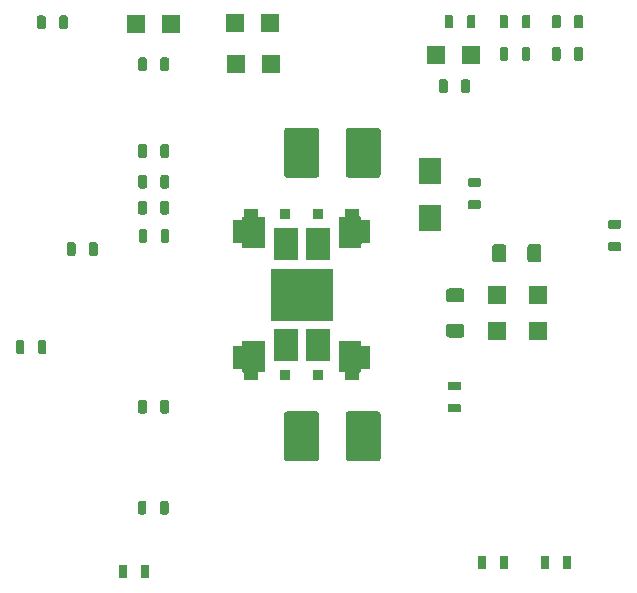
<source format=gbr>
G04 #@! TF.GenerationSoftware,KiCad,Pcbnew,5.0.0-fee4fd1~66~ubuntu16.04.1*
G04 #@! TF.CreationDate,2018-10-25T21:56:12-03:00*
G04 #@! TF.ProjectId,pap,7061702E6B696361645F706362000000,1.0*
G04 #@! TF.SameCoordinates,Original*
G04 #@! TF.FileFunction,Paste,Bot*
G04 #@! TF.FilePolarity,Positive*
%FSLAX46Y46*%
G04 Gerber Fmt 4.6, Leading zero omitted, Abs format (unit mm)*
G04 Created by KiCad (PCBNEW 5.0.0-fee4fd1~66~ubuntu16.04.1) date Thu Oct 25 21:56:12 2018*
%MOMM*%
%LPD*%
G01*
G04 APERTURE LIST*
%ADD10C,0.100000*%
%ADD11C,0.725000*%
%ADD12R,1.550000X1.550000*%
%ADD13C,1.175000*%
%ADD14C,2.950000*%
%ADD15R,1.950000X2.250000*%
%ADD16C,1.250000*%
%ADD17R,2.050000X2.760000*%
%ADD18R,5.330000X4.430000*%
%ADD19R,0.910000X0.950000*%
G04 APERTURE END LIST*
D10*
G04 #@! TO.C,R17*
G36*
X98029326Y-88874952D02*
X98046920Y-88877562D01*
X98064174Y-88881884D01*
X98080921Y-88887876D01*
X98097001Y-88895481D01*
X98112257Y-88904625D01*
X98126544Y-88915221D01*
X98139723Y-88927166D01*
X98151668Y-88940345D01*
X98162264Y-88954632D01*
X98171408Y-88969888D01*
X98179013Y-88985968D01*
X98185005Y-89002715D01*
X98189327Y-89019969D01*
X98191937Y-89037563D01*
X98192810Y-89055329D01*
X98192810Y-89842829D01*
X98191937Y-89860595D01*
X98189327Y-89878189D01*
X98185005Y-89895443D01*
X98179013Y-89912190D01*
X98171408Y-89928270D01*
X98162264Y-89943526D01*
X98151668Y-89957813D01*
X98139723Y-89970992D01*
X98126544Y-89982937D01*
X98112257Y-89993533D01*
X98097001Y-90002677D01*
X98080921Y-90010282D01*
X98064174Y-90016274D01*
X98046920Y-90020596D01*
X98029326Y-90023206D01*
X98011560Y-90024079D01*
X97649060Y-90024079D01*
X97631294Y-90023206D01*
X97613700Y-90020596D01*
X97596446Y-90016274D01*
X97579699Y-90010282D01*
X97563619Y-90002677D01*
X97548363Y-89993533D01*
X97534076Y-89982937D01*
X97520897Y-89970992D01*
X97508952Y-89957813D01*
X97498356Y-89943526D01*
X97489212Y-89928270D01*
X97481607Y-89912190D01*
X97475615Y-89895443D01*
X97471293Y-89878189D01*
X97468683Y-89860595D01*
X97467810Y-89842829D01*
X97467810Y-89055329D01*
X97468683Y-89037563D01*
X97471293Y-89019969D01*
X97475615Y-89002715D01*
X97481607Y-88985968D01*
X97489212Y-88969888D01*
X97498356Y-88954632D01*
X97508952Y-88940345D01*
X97520897Y-88927166D01*
X97534076Y-88915221D01*
X97548363Y-88904625D01*
X97563619Y-88895481D01*
X97579699Y-88887876D01*
X97596446Y-88881884D01*
X97613700Y-88877562D01*
X97631294Y-88874952D01*
X97649060Y-88874079D01*
X98011560Y-88874079D01*
X98029326Y-88874952D01*
X98029326Y-88874952D01*
G37*
D11*
X97830310Y-89449079D03*
D10*
G36*
X96154326Y-88874952D02*
X96171920Y-88877562D01*
X96189174Y-88881884D01*
X96205921Y-88887876D01*
X96222001Y-88895481D01*
X96237257Y-88904625D01*
X96251544Y-88915221D01*
X96264723Y-88927166D01*
X96276668Y-88940345D01*
X96287264Y-88954632D01*
X96296408Y-88969888D01*
X96304013Y-88985968D01*
X96310005Y-89002715D01*
X96314327Y-89019969D01*
X96316937Y-89037563D01*
X96317810Y-89055329D01*
X96317810Y-89842829D01*
X96316937Y-89860595D01*
X96314327Y-89878189D01*
X96310005Y-89895443D01*
X96304013Y-89912190D01*
X96296408Y-89928270D01*
X96287264Y-89943526D01*
X96276668Y-89957813D01*
X96264723Y-89970992D01*
X96251544Y-89982937D01*
X96237257Y-89993533D01*
X96222001Y-90002677D01*
X96205921Y-90010282D01*
X96189174Y-90016274D01*
X96171920Y-90020596D01*
X96154326Y-90023206D01*
X96136560Y-90024079D01*
X95774060Y-90024079D01*
X95756294Y-90023206D01*
X95738700Y-90020596D01*
X95721446Y-90016274D01*
X95704699Y-90010282D01*
X95688619Y-90002677D01*
X95673363Y-89993533D01*
X95659076Y-89982937D01*
X95645897Y-89970992D01*
X95633952Y-89957813D01*
X95623356Y-89943526D01*
X95614212Y-89928270D01*
X95606607Y-89912190D01*
X95600615Y-89895443D01*
X95596293Y-89878189D01*
X95593683Y-89860595D01*
X95592810Y-89842829D01*
X95592810Y-89055329D01*
X95593683Y-89037563D01*
X95596293Y-89019969D01*
X95600615Y-89002715D01*
X95606607Y-88985968D01*
X95614212Y-88969888D01*
X95623356Y-88954632D01*
X95633952Y-88940345D01*
X95645897Y-88927166D01*
X95659076Y-88915221D01*
X95673363Y-88904625D01*
X95688619Y-88895481D01*
X95704699Y-88887876D01*
X95721446Y-88881884D01*
X95738700Y-88877562D01*
X95756294Y-88874952D01*
X95774060Y-88874079D01*
X96136560Y-88874079D01*
X96154326Y-88874952D01*
X96154326Y-88874952D01*
G37*
D11*
X95955310Y-89449079D03*
G04 #@! TD*
D10*
G04 #@! TO.C,C7*
G36*
X130191826Y-94274952D02*
X130209420Y-94277562D01*
X130226674Y-94281884D01*
X130243421Y-94287876D01*
X130259501Y-94295481D01*
X130274757Y-94304625D01*
X130289044Y-94315221D01*
X130302223Y-94327166D01*
X130314168Y-94340345D01*
X130324764Y-94354632D01*
X130333908Y-94369888D01*
X130341513Y-94385968D01*
X130347505Y-94402715D01*
X130351827Y-94419969D01*
X130354437Y-94437563D01*
X130355310Y-94455329D01*
X130355310Y-95242829D01*
X130354437Y-95260595D01*
X130351827Y-95278189D01*
X130347505Y-95295443D01*
X130341513Y-95312190D01*
X130333908Y-95328270D01*
X130324764Y-95343526D01*
X130314168Y-95357813D01*
X130302223Y-95370992D01*
X130289044Y-95382937D01*
X130274757Y-95393533D01*
X130259501Y-95402677D01*
X130243421Y-95410282D01*
X130226674Y-95416274D01*
X130209420Y-95420596D01*
X130191826Y-95423206D01*
X130174060Y-95424079D01*
X129811560Y-95424079D01*
X129793794Y-95423206D01*
X129776200Y-95420596D01*
X129758946Y-95416274D01*
X129742199Y-95410282D01*
X129726119Y-95402677D01*
X129710863Y-95393533D01*
X129696576Y-95382937D01*
X129683397Y-95370992D01*
X129671452Y-95357813D01*
X129660856Y-95343526D01*
X129651712Y-95328270D01*
X129644107Y-95312190D01*
X129638115Y-95295443D01*
X129633793Y-95278189D01*
X129631183Y-95260595D01*
X129630310Y-95242829D01*
X129630310Y-94455329D01*
X129631183Y-94437563D01*
X129633793Y-94419969D01*
X129638115Y-94402715D01*
X129644107Y-94385968D01*
X129651712Y-94369888D01*
X129660856Y-94354632D01*
X129671452Y-94340345D01*
X129683397Y-94327166D01*
X129696576Y-94315221D01*
X129710863Y-94304625D01*
X129726119Y-94295481D01*
X129742199Y-94287876D01*
X129758946Y-94281884D01*
X129776200Y-94277562D01*
X129793794Y-94274952D01*
X129811560Y-94274079D01*
X130174060Y-94274079D01*
X130191826Y-94274952D01*
X130191826Y-94274952D01*
G37*
D11*
X129992810Y-94849079D03*
D10*
G36*
X132066826Y-94274952D02*
X132084420Y-94277562D01*
X132101674Y-94281884D01*
X132118421Y-94287876D01*
X132134501Y-94295481D01*
X132149757Y-94304625D01*
X132164044Y-94315221D01*
X132177223Y-94327166D01*
X132189168Y-94340345D01*
X132199764Y-94354632D01*
X132208908Y-94369888D01*
X132216513Y-94385968D01*
X132222505Y-94402715D01*
X132226827Y-94419969D01*
X132229437Y-94437563D01*
X132230310Y-94455329D01*
X132230310Y-95242829D01*
X132229437Y-95260595D01*
X132226827Y-95278189D01*
X132222505Y-95295443D01*
X132216513Y-95312190D01*
X132208908Y-95328270D01*
X132199764Y-95343526D01*
X132189168Y-95357813D01*
X132177223Y-95370992D01*
X132164044Y-95382937D01*
X132149757Y-95393533D01*
X132134501Y-95402677D01*
X132118421Y-95410282D01*
X132101674Y-95416274D01*
X132084420Y-95420596D01*
X132066826Y-95423206D01*
X132049060Y-95424079D01*
X131686560Y-95424079D01*
X131668794Y-95423206D01*
X131651200Y-95420596D01*
X131633946Y-95416274D01*
X131617199Y-95410282D01*
X131601119Y-95402677D01*
X131585863Y-95393533D01*
X131571576Y-95382937D01*
X131558397Y-95370992D01*
X131546452Y-95357813D01*
X131535856Y-95343526D01*
X131526712Y-95328270D01*
X131519107Y-95312190D01*
X131513115Y-95295443D01*
X131508793Y-95278189D01*
X131506183Y-95260595D01*
X131505310Y-95242829D01*
X131505310Y-94455329D01*
X131506183Y-94437563D01*
X131508793Y-94419969D01*
X131513115Y-94402715D01*
X131519107Y-94385968D01*
X131526712Y-94369888D01*
X131535856Y-94354632D01*
X131546452Y-94340345D01*
X131558397Y-94327166D01*
X131571576Y-94315221D01*
X131585863Y-94304625D01*
X131601119Y-94295481D01*
X131617199Y-94287876D01*
X131633946Y-94281884D01*
X131651200Y-94277562D01*
X131668794Y-94274952D01*
X131686560Y-94274079D01*
X132049060Y-94274079D01*
X132066826Y-94274952D01*
X132066826Y-94274952D01*
G37*
D11*
X131867810Y-94849079D03*
G04 #@! TD*
D10*
G04 #@! TO.C,R15*
G36*
X96229326Y-116374952D02*
X96246920Y-116377562D01*
X96264174Y-116381884D01*
X96280921Y-116387876D01*
X96297001Y-116395481D01*
X96312257Y-116404625D01*
X96326544Y-116415221D01*
X96339723Y-116427166D01*
X96351668Y-116440345D01*
X96362264Y-116454632D01*
X96371408Y-116469888D01*
X96379013Y-116485968D01*
X96385005Y-116502715D01*
X96389327Y-116519969D01*
X96391937Y-116537563D01*
X96392810Y-116555329D01*
X96392810Y-117342829D01*
X96391937Y-117360595D01*
X96389327Y-117378189D01*
X96385005Y-117395443D01*
X96379013Y-117412190D01*
X96371408Y-117428270D01*
X96362264Y-117443526D01*
X96351668Y-117457813D01*
X96339723Y-117470992D01*
X96326544Y-117482937D01*
X96312257Y-117493533D01*
X96297001Y-117502677D01*
X96280921Y-117510282D01*
X96264174Y-117516274D01*
X96246920Y-117520596D01*
X96229326Y-117523206D01*
X96211560Y-117524079D01*
X95849060Y-117524079D01*
X95831294Y-117523206D01*
X95813700Y-117520596D01*
X95796446Y-117516274D01*
X95779699Y-117510282D01*
X95763619Y-117502677D01*
X95748363Y-117493533D01*
X95734076Y-117482937D01*
X95720897Y-117470992D01*
X95708952Y-117457813D01*
X95698356Y-117443526D01*
X95689212Y-117428270D01*
X95681607Y-117412190D01*
X95675615Y-117395443D01*
X95671293Y-117378189D01*
X95668683Y-117360595D01*
X95667810Y-117342829D01*
X95667810Y-116555329D01*
X95668683Y-116537563D01*
X95671293Y-116519969D01*
X95675615Y-116502715D01*
X95681607Y-116485968D01*
X95689212Y-116469888D01*
X95698356Y-116454632D01*
X95708952Y-116440345D01*
X95720897Y-116427166D01*
X95734076Y-116415221D01*
X95748363Y-116404625D01*
X95763619Y-116395481D01*
X95779699Y-116387876D01*
X95796446Y-116381884D01*
X95813700Y-116377562D01*
X95831294Y-116374952D01*
X95849060Y-116374079D01*
X96211560Y-116374079D01*
X96229326Y-116374952D01*
X96229326Y-116374952D01*
G37*
D11*
X96030310Y-116949079D03*
D10*
G36*
X94354326Y-116374952D02*
X94371920Y-116377562D01*
X94389174Y-116381884D01*
X94405921Y-116387876D01*
X94422001Y-116395481D01*
X94437257Y-116404625D01*
X94451544Y-116415221D01*
X94464723Y-116427166D01*
X94476668Y-116440345D01*
X94487264Y-116454632D01*
X94496408Y-116469888D01*
X94504013Y-116485968D01*
X94510005Y-116502715D01*
X94514327Y-116519969D01*
X94516937Y-116537563D01*
X94517810Y-116555329D01*
X94517810Y-117342829D01*
X94516937Y-117360595D01*
X94514327Y-117378189D01*
X94510005Y-117395443D01*
X94504013Y-117412190D01*
X94496408Y-117428270D01*
X94487264Y-117443526D01*
X94476668Y-117457813D01*
X94464723Y-117470992D01*
X94451544Y-117482937D01*
X94437257Y-117493533D01*
X94422001Y-117502677D01*
X94405921Y-117510282D01*
X94389174Y-117516274D01*
X94371920Y-117520596D01*
X94354326Y-117523206D01*
X94336560Y-117524079D01*
X93974060Y-117524079D01*
X93956294Y-117523206D01*
X93938700Y-117520596D01*
X93921446Y-117516274D01*
X93904699Y-117510282D01*
X93888619Y-117502677D01*
X93873363Y-117493533D01*
X93859076Y-117482937D01*
X93845897Y-117470992D01*
X93833952Y-117457813D01*
X93823356Y-117443526D01*
X93814212Y-117428270D01*
X93806607Y-117412190D01*
X93800615Y-117395443D01*
X93796293Y-117378189D01*
X93793683Y-117360595D01*
X93792810Y-117342829D01*
X93792810Y-116555329D01*
X93793683Y-116537563D01*
X93796293Y-116519969D01*
X93800615Y-116502715D01*
X93806607Y-116485968D01*
X93814212Y-116469888D01*
X93823356Y-116454632D01*
X93833952Y-116440345D01*
X93845897Y-116427166D01*
X93859076Y-116415221D01*
X93873363Y-116404625D01*
X93888619Y-116395481D01*
X93904699Y-116387876D01*
X93921446Y-116381884D01*
X93938700Y-116377562D01*
X93956294Y-116374952D01*
X93974060Y-116374079D01*
X94336560Y-116374079D01*
X94354326Y-116374952D01*
X94354326Y-116374952D01*
G37*
D11*
X94155310Y-116949079D03*
G04 #@! TD*
D10*
G04 #@! TO.C,R16*
G36*
X100566826Y-108074952D02*
X100584420Y-108077562D01*
X100601674Y-108081884D01*
X100618421Y-108087876D01*
X100634501Y-108095481D01*
X100649757Y-108104625D01*
X100664044Y-108115221D01*
X100677223Y-108127166D01*
X100689168Y-108140345D01*
X100699764Y-108154632D01*
X100708908Y-108169888D01*
X100716513Y-108185968D01*
X100722505Y-108202715D01*
X100726827Y-108219969D01*
X100729437Y-108237563D01*
X100730310Y-108255329D01*
X100730310Y-109042829D01*
X100729437Y-109060595D01*
X100726827Y-109078189D01*
X100722505Y-109095443D01*
X100716513Y-109112190D01*
X100708908Y-109128270D01*
X100699764Y-109143526D01*
X100689168Y-109157813D01*
X100677223Y-109170992D01*
X100664044Y-109182937D01*
X100649757Y-109193533D01*
X100634501Y-109202677D01*
X100618421Y-109210282D01*
X100601674Y-109216274D01*
X100584420Y-109220596D01*
X100566826Y-109223206D01*
X100549060Y-109224079D01*
X100186560Y-109224079D01*
X100168794Y-109223206D01*
X100151200Y-109220596D01*
X100133946Y-109216274D01*
X100117199Y-109210282D01*
X100101119Y-109202677D01*
X100085863Y-109193533D01*
X100071576Y-109182937D01*
X100058397Y-109170992D01*
X100046452Y-109157813D01*
X100035856Y-109143526D01*
X100026712Y-109128270D01*
X100019107Y-109112190D01*
X100013115Y-109095443D01*
X100008793Y-109078189D01*
X100006183Y-109060595D01*
X100005310Y-109042829D01*
X100005310Y-108255329D01*
X100006183Y-108237563D01*
X100008793Y-108219969D01*
X100013115Y-108202715D01*
X100019107Y-108185968D01*
X100026712Y-108169888D01*
X100035856Y-108154632D01*
X100046452Y-108140345D01*
X100058397Y-108127166D01*
X100071576Y-108115221D01*
X100085863Y-108104625D01*
X100101119Y-108095481D01*
X100117199Y-108087876D01*
X100133946Y-108081884D01*
X100151200Y-108077562D01*
X100168794Y-108074952D01*
X100186560Y-108074079D01*
X100549060Y-108074079D01*
X100566826Y-108074952D01*
X100566826Y-108074952D01*
G37*
D11*
X100367810Y-108649079D03*
D10*
G36*
X98691826Y-108074952D02*
X98709420Y-108077562D01*
X98726674Y-108081884D01*
X98743421Y-108087876D01*
X98759501Y-108095481D01*
X98774757Y-108104625D01*
X98789044Y-108115221D01*
X98802223Y-108127166D01*
X98814168Y-108140345D01*
X98824764Y-108154632D01*
X98833908Y-108169888D01*
X98841513Y-108185968D01*
X98847505Y-108202715D01*
X98851827Y-108219969D01*
X98854437Y-108237563D01*
X98855310Y-108255329D01*
X98855310Y-109042829D01*
X98854437Y-109060595D01*
X98851827Y-109078189D01*
X98847505Y-109095443D01*
X98841513Y-109112190D01*
X98833908Y-109128270D01*
X98824764Y-109143526D01*
X98814168Y-109157813D01*
X98802223Y-109170992D01*
X98789044Y-109182937D01*
X98774757Y-109193533D01*
X98759501Y-109202677D01*
X98743421Y-109210282D01*
X98726674Y-109216274D01*
X98709420Y-109220596D01*
X98691826Y-109223206D01*
X98674060Y-109224079D01*
X98311560Y-109224079D01*
X98293794Y-109223206D01*
X98276200Y-109220596D01*
X98258946Y-109216274D01*
X98242199Y-109210282D01*
X98226119Y-109202677D01*
X98210863Y-109193533D01*
X98196576Y-109182937D01*
X98183397Y-109170992D01*
X98171452Y-109157813D01*
X98160856Y-109143526D01*
X98151712Y-109128270D01*
X98144107Y-109112190D01*
X98138115Y-109095443D01*
X98133793Y-109078189D01*
X98131183Y-109060595D01*
X98130310Y-109042829D01*
X98130310Y-108255329D01*
X98131183Y-108237563D01*
X98133793Y-108219969D01*
X98138115Y-108202715D01*
X98144107Y-108185968D01*
X98151712Y-108169888D01*
X98160856Y-108154632D01*
X98171452Y-108140345D01*
X98183397Y-108127166D01*
X98196576Y-108115221D01*
X98210863Y-108104625D01*
X98226119Y-108095481D01*
X98242199Y-108087876D01*
X98258946Y-108081884D01*
X98276200Y-108077562D01*
X98293794Y-108074952D01*
X98311560Y-108074079D01*
X98674060Y-108074079D01*
X98691826Y-108074952D01*
X98691826Y-108074952D01*
G37*
D11*
X98492810Y-108649079D03*
G04 #@! TD*
D10*
G04 #@! TO.C,C9*
G36*
X106629326Y-106974952D02*
X106646920Y-106977562D01*
X106664174Y-106981884D01*
X106680921Y-106987876D01*
X106697001Y-106995481D01*
X106712257Y-107004625D01*
X106726544Y-107015221D01*
X106739723Y-107027166D01*
X106751668Y-107040345D01*
X106762264Y-107054632D01*
X106771408Y-107069888D01*
X106779013Y-107085968D01*
X106785005Y-107102715D01*
X106789327Y-107119969D01*
X106791937Y-107137563D01*
X106792810Y-107155329D01*
X106792810Y-107942829D01*
X106791937Y-107960595D01*
X106789327Y-107978189D01*
X106785005Y-107995443D01*
X106779013Y-108012190D01*
X106771408Y-108028270D01*
X106762264Y-108043526D01*
X106751668Y-108057813D01*
X106739723Y-108070992D01*
X106726544Y-108082937D01*
X106712257Y-108093533D01*
X106697001Y-108102677D01*
X106680921Y-108110282D01*
X106664174Y-108116274D01*
X106646920Y-108120596D01*
X106629326Y-108123206D01*
X106611560Y-108124079D01*
X106249060Y-108124079D01*
X106231294Y-108123206D01*
X106213700Y-108120596D01*
X106196446Y-108116274D01*
X106179699Y-108110282D01*
X106163619Y-108102677D01*
X106148363Y-108093533D01*
X106134076Y-108082937D01*
X106120897Y-108070992D01*
X106108952Y-108057813D01*
X106098356Y-108043526D01*
X106089212Y-108028270D01*
X106081607Y-108012190D01*
X106075615Y-107995443D01*
X106071293Y-107978189D01*
X106068683Y-107960595D01*
X106067810Y-107942829D01*
X106067810Y-107155329D01*
X106068683Y-107137563D01*
X106071293Y-107119969D01*
X106075615Y-107102715D01*
X106081607Y-107085968D01*
X106089212Y-107069888D01*
X106098356Y-107054632D01*
X106108952Y-107040345D01*
X106120897Y-107027166D01*
X106134076Y-107015221D01*
X106148363Y-107004625D01*
X106163619Y-106995481D01*
X106179699Y-106987876D01*
X106196446Y-106981884D01*
X106213700Y-106977562D01*
X106231294Y-106974952D01*
X106249060Y-106974079D01*
X106611560Y-106974079D01*
X106629326Y-106974952D01*
X106629326Y-106974952D01*
G37*
D11*
X106430310Y-107549079D03*
D10*
G36*
X104754326Y-106974952D02*
X104771920Y-106977562D01*
X104789174Y-106981884D01*
X104805921Y-106987876D01*
X104822001Y-106995481D01*
X104837257Y-107004625D01*
X104851544Y-107015221D01*
X104864723Y-107027166D01*
X104876668Y-107040345D01*
X104887264Y-107054632D01*
X104896408Y-107069888D01*
X104904013Y-107085968D01*
X104910005Y-107102715D01*
X104914327Y-107119969D01*
X104916937Y-107137563D01*
X104917810Y-107155329D01*
X104917810Y-107942829D01*
X104916937Y-107960595D01*
X104914327Y-107978189D01*
X104910005Y-107995443D01*
X104904013Y-108012190D01*
X104896408Y-108028270D01*
X104887264Y-108043526D01*
X104876668Y-108057813D01*
X104864723Y-108070992D01*
X104851544Y-108082937D01*
X104837257Y-108093533D01*
X104822001Y-108102677D01*
X104805921Y-108110282D01*
X104789174Y-108116274D01*
X104771920Y-108120596D01*
X104754326Y-108123206D01*
X104736560Y-108124079D01*
X104374060Y-108124079D01*
X104356294Y-108123206D01*
X104338700Y-108120596D01*
X104321446Y-108116274D01*
X104304699Y-108110282D01*
X104288619Y-108102677D01*
X104273363Y-108093533D01*
X104259076Y-108082937D01*
X104245897Y-108070992D01*
X104233952Y-108057813D01*
X104223356Y-108043526D01*
X104214212Y-108028270D01*
X104206607Y-108012190D01*
X104200615Y-107995443D01*
X104196293Y-107978189D01*
X104193683Y-107960595D01*
X104192810Y-107942829D01*
X104192810Y-107155329D01*
X104193683Y-107137563D01*
X104196293Y-107119969D01*
X104200615Y-107102715D01*
X104206607Y-107085968D01*
X104214212Y-107069888D01*
X104223356Y-107054632D01*
X104233952Y-107040345D01*
X104245897Y-107027166D01*
X104259076Y-107015221D01*
X104273363Y-107004625D01*
X104288619Y-106995481D01*
X104304699Y-106987876D01*
X104321446Y-106981884D01*
X104338700Y-106977562D01*
X104356294Y-106974952D01*
X104374060Y-106974079D01*
X104736560Y-106974079D01*
X104754326Y-106974952D01*
X104754326Y-106974952D01*
G37*
D11*
X104555310Y-107549079D03*
G04 #@! TD*
D10*
G04 #@! TO.C,R1*
G36*
X104724016Y-104574952D02*
X104741610Y-104577562D01*
X104758864Y-104581884D01*
X104775611Y-104587876D01*
X104791691Y-104595481D01*
X104806947Y-104604625D01*
X104821234Y-104615221D01*
X104834413Y-104627166D01*
X104846358Y-104640345D01*
X104856954Y-104654632D01*
X104866098Y-104669888D01*
X104873703Y-104685968D01*
X104879695Y-104702715D01*
X104884017Y-104719969D01*
X104886627Y-104737563D01*
X104887500Y-104755329D01*
X104887500Y-105542829D01*
X104886627Y-105560595D01*
X104884017Y-105578189D01*
X104879695Y-105595443D01*
X104873703Y-105612190D01*
X104866098Y-105628270D01*
X104856954Y-105643526D01*
X104846358Y-105657813D01*
X104834413Y-105670992D01*
X104821234Y-105682937D01*
X104806947Y-105693533D01*
X104791691Y-105702677D01*
X104775611Y-105710282D01*
X104758864Y-105716274D01*
X104741610Y-105720596D01*
X104724016Y-105723206D01*
X104706250Y-105724079D01*
X104343750Y-105724079D01*
X104325984Y-105723206D01*
X104308390Y-105720596D01*
X104291136Y-105716274D01*
X104274389Y-105710282D01*
X104258309Y-105702677D01*
X104243053Y-105693533D01*
X104228766Y-105682937D01*
X104215587Y-105670992D01*
X104203642Y-105657813D01*
X104193046Y-105643526D01*
X104183902Y-105628270D01*
X104176297Y-105612190D01*
X104170305Y-105595443D01*
X104165983Y-105578189D01*
X104163373Y-105560595D01*
X104162500Y-105542829D01*
X104162500Y-104755329D01*
X104163373Y-104737563D01*
X104165983Y-104719969D01*
X104170305Y-104702715D01*
X104176297Y-104685968D01*
X104183902Y-104669888D01*
X104193046Y-104654632D01*
X104203642Y-104640345D01*
X104215587Y-104627166D01*
X104228766Y-104615221D01*
X104243053Y-104604625D01*
X104258309Y-104595481D01*
X104274389Y-104587876D01*
X104291136Y-104581884D01*
X104308390Y-104577562D01*
X104325984Y-104574952D01*
X104343750Y-104574079D01*
X104706250Y-104574079D01*
X104724016Y-104574952D01*
X104724016Y-104574952D01*
G37*
D11*
X104525000Y-105149079D03*
D10*
G36*
X106599016Y-104574952D02*
X106616610Y-104577562D01*
X106633864Y-104581884D01*
X106650611Y-104587876D01*
X106666691Y-104595481D01*
X106681947Y-104604625D01*
X106696234Y-104615221D01*
X106709413Y-104627166D01*
X106721358Y-104640345D01*
X106731954Y-104654632D01*
X106741098Y-104669888D01*
X106748703Y-104685968D01*
X106754695Y-104702715D01*
X106759017Y-104719969D01*
X106761627Y-104737563D01*
X106762500Y-104755329D01*
X106762500Y-105542829D01*
X106761627Y-105560595D01*
X106759017Y-105578189D01*
X106754695Y-105595443D01*
X106748703Y-105612190D01*
X106741098Y-105628270D01*
X106731954Y-105643526D01*
X106721358Y-105657813D01*
X106709413Y-105670992D01*
X106696234Y-105682937D01*
X106681947Y-105693533D01*
X106666691Y-105702677D01*
X106650611Y-105710282D01*
X106633864Y-105716274D01*
X106616610Y-105720596D01*
X106599016Y-105723206D01*
X106581250Y-105724079D01*
X106218750Y-105724079D01*
X106200984Y-105723206D01*
X106183390Y-105720596D01*
X106166136Y-105716274D01*
X106149389Y-105710282D01*
X106133309Y-105702677D01*
X106118053Y-105693533D01*
X106103766Y-105682937D01*
X106090587Y-105670992D01*
X106078642Y-105657813D01*
X106068046Y-105643526D01*
X106058902Y-105628270D01*
X106051297Y-105612190D01*
X106045305Y-105595443D01*
X106040983Y-105578189D01*
X106038373Y-105560595D01*
X106037500Y-105542829D01*
X106037500Y-104755329D01*
X106038373Y-104737563D01*
X106040983Y-104719969D01*
X106045305Y-104702715D01*
X106051297Y-104685968D01*
X106058902Y-104669888D01*
X106068046Y-104654632D01*
X106078642Y-104640345D01*
X106090587Y-104627166D01*
X106103766Y-104615221D01*
X106118053Y-104604625D01*
X106133309Y-104595481D01*
X106149389Y-104587876D01*
X106166136Y-104581884D01*
X106183390Y-104577562D01*
X106200984Y-104574952D01*
X106218750Y-104574079D01*
X106581250Y-104574079D01*
X106599016Y-104574952D01*
X106599016Y-104574952D01*
G37*
D11*
X106400000Y-105149079D03*
G04 #@! TD*
D10*
G04 #@! TO.C,C8*
G36*
X106604326Y-102374952D02*
X106621920Y-102377562D01*
X106639174Y-102381884D01*
X106655921Y-102387876D01*
X106672001Y-102395481D01*
X106687257Y-102404625D01*
X106701544Y-102415221D01*
X106714723Y-102427166D01*
X106726668Y-102440345D01*
X106737264Y-102454632D01*
X106746408Y-102469888D01*
X106754013Y-102485968D01*
X106760005Y-102502715D01*
X106764327Y-102519969D01*
X106766937Y-102537563D01*
X106767810Y-102555329D01*
X106767810Y-103342829D01*
X106766937Y-103360595D01*
X106764327Y-103378189D01*
X106760005Y-103395443D01*
X106754013Y-103412190D01*
X106746408Y-103428270D01*
X106737264Y-103443526D01*
X106726668Y-103457813D01*
X106714723Y-103470992D01*
X106701544Y-103482937D01*
X106687257Y-103493533D01*
X106672001Y-103502677D01*
X106655921Y-103510282D01*
X106639174Y-103516274D01*
X106621920Y-103520596D01*
X106604326Y-103523206D01*
X106586560Y-103524079D01*
X106224060Y-103524079D01*
X106206294Y-103523206D01*
X106188700Y-103520596D01*
X106171446Y-103516274D01*
X106154699Y-103510282D01*
X106138619Y-103502677D01*
X106123363Y-103493533D01*
X106109076Y-103482937D01*
X106095897Y-103470992D01*
X106083952Y-103457813D01*
X106073356Y-103443526D01*
X106064212Y-103428270D01*
X106056607Y-103412190D01*
X106050615Y-103395443D01*
X106046293Y-103378189D01*
X106043683Y-103360595D01*
X106042810Y-103342829D01*
X106042810Y-102555329D01*
X106043683Y-102537563D01*
X106046293Y-102519969D01*
X106050615Y-102502715D01*
X106056607Y-102485968D01*
X106064212Y-102469888D01*
X106073356Y-102454632D01*
X106083952Y-102440345D01*
X106095897Y-102427166D01*
X106109076Y-102415221D01*
X106123363Y-102404625D01*
X106138619Y-102395481D01*
X106154699Y-102387876D01*
X106171446Y-102381884D01*
X106188700Y-102377562D01*
X106206294Y-102374952D01*
X106224060Y-102374079D01*
X106586560Y-102374079D01*
X106604326Y-102374952D01*
X106604326Y-102374952D01*
G37*
D11*
X106405310Y-102949079D03*
D10*
G36*
X104729326Y-102374952D02*
X104746920Y-102377562D01*
X104764174Y-102381884D01*
X104780921Y-102387876D01*
X104797001Y-102395481D01*
X104812257Y-102404625D01*
X104826544Y-102415221D01*
X104839723Y-102427166D01*
X104851668Y-102440345D01*
X104862264Y-102454632D01*
X104871408Y-102469888D01*
X104879013Y-102485968D01*
X104885005Y-102502715D01*
X104889327Y-102519969D01*
X104891937Y-102537563D01*
X104892810Y-102555329D01*
X104892810Y-103342829D01*
X104891937Y-103360595D01*
X104889327Y-103378189D01*
X104885005Y-103395443D01*
X104879013Y-103412190D01*
X104871408Y-103428270D01*
X104862264Y-103443526D01*
X104851668Y-103457813D01*
X104839723Y-103470992D01*
X104826544Y-103482937D01*
X104812257Y-103493533D01*
X104797001Y-103502677D01*
X104780921Y-103510282D01*
X104764174Y-103516274D01*
X104746920Y-103520596D01*
X104729326Y-103523206D01*
X104711560Y-103524079D01*
X104349060Y-103524079D01*
X104331294Y-103523206D01*
X104313700Y-103520596D01*
X104296446Y-103516274D01*
X104279699Y-103510282D01*
X104263619Y-103502677D01*
X104248363Y-103493533D01*
X104234076Y-103482937D01*
X104220897Y-103470992D01*
X104208952Y-103457813D01*
X104198356Y-103443526D01*
X104189212Y-103428270D01*
X104181607Y-103412190D01*
X104175615Y-103395443D01*
X104171293Y-103378189D01*
X104168683Y-103360595D01*
X104167810Y-103342829D01*
X104167810Y-102555329D01*
X104168683Y-102537563D01*
X104171293Y-102519969D01*
X104175615Y-102502715D01*
X104181607Y-102485968D01*
X104189212Y-102469888D01*
X104198356Y-102454632D01*
X104208952Y-102440345D01*
X104220897Y-102427166D01*
X104234076Y-102415221D01*
X104248363Y-102404625D01*
X104263619Y-102395481D01*
X104279699Y-102387876D01*
X104296446Y-102381884D01*
X104313700Y-102377562D01*
X104331294Y-102374952D01*
X104349060Y-102374079D01*
X104711560Y-102374079D01*
X104729326Y-102374952D01*
X104729326Y-102374952D01*
G37*
D11*
X104530310Y-102949079D03*
G04 #@! TD*
D10*
G04 #@! TO.C,C11*
G36*
X133041826Y-102649952D02*
X133059420Y-102652562D01*
X133076674Y-102656884D01*
X133093421Y-102662876D01*
X133109501Y-102670481D01*
X133124757Y-102679625D01*
X133139044Y-102690221D01*
X133152223Y-102702166D01*
X133164168Y-102715345D01*
X133174764Y-102729632D01*
X133183908Y-102744888D01*
X133191513Y-102760968D01*
X133197505Y-102777715D01*
X133201827Y-102794969D01*
X133204437Y-102812563D01*
X133205310Y-102830329D01*
X133205310Y-103192829D01*
X133204437Y-103210595D01*
X133201827Y-103228189D01*
X133197505Y-103245443D01*
X133191513Y-103262190D01*
X133183908Y-103278270D01*
X133174764Y-103293526D01*
X133164168Y-103307813D01*
X133152223Y-103320992D01*
X133139044Y-103332937D01*
X133124757Y-103343533D01*
X133109501Y-103352677D01*
X133093421Y-103360282D01*
X133076674Y-103366274D01*
X133059420Y-103370596D01*
X133041826Y-103373206D01*
X133024060Y-103374079D01*
X132236560Y-103374079D01*
X132218794Y-103373206D01*
X132201200Y-103370596D01*
X132183946Y-103366274D01*
X132167199Y-103360282D01*
X132151119Y-103352677D01*
X132135863Y-103343533D01*
X132121576Y-103332937D01*
X132108397Y-103320992D01*
X132096452Y-103307813D01*
X132085856Y-103293526D01*
X132076712Y-103278270D01*
X132069107Y-103262190D01*
X132063115Y-103245443D01*
X132058793Y-103228189D01*
X132056183Y-103210595D01*
X132055310Y-103192829D01*
X132055310Y-102830329D01*
X132056183Y-102812563D01*
X132058793Y-102794969D01*
X132063115Y-102777715D01*
X132069107Y-102760968D01*
X132076712Y-102744888D01*
X132085856Y-102729632D01*
X132096452Y-102715345D01*
X132108397Y-102702166D01*
X132121576Y-102690221D01*
X132135863Y-102679625D01*
X132151119Y-102670481D01*
X132167199Y-102662876D01*
X132183946Y-102656884D01*
X132201200Y-102652562D01*
X132218794Y-102649952D01*
X132236560Y-102649079D01*
X133024060Y-102649079D01*
X133041826Y-102649952D01*
X133041826Y-102649952D01*
G37*
D11*
X132630310Y-103011579D03*
D10*
G36*
X133041826Y-104524952D02*
X133059420Y-104527562D01*
X133076674Y-104531884D01*
X133093421Y-104537876D01*
X133109501Y-104545481D01*
X133124757Y-104554625D01*
X133139044Y-104565221D01*
X133152223Y-104577166D01*
X133164168Y-104590345D01*
X133174764Y-104604632D01*
X133183908Y-104619888D01*
X133191513Y-104635968D01*
X133197505Y-104652715D01*
X133201827Y-104669969D01*
X133204437Y-104687563D01*
X133205310Y-104705329D01*
X133205310Y-105067829D01*
X133204437Y-105085595D01*
X133201827Y-105103189D01*
X133197505Y-105120443D01*
X133191513Y-105137190D01*
X133183908Y-105153270D01*
X133174764Y-105168526D01*
X133164168Y-105182813D01*
X133152223Y-105195992D01*
X133139044Y-105207937D01*
X133124757Y-105218533D01*
X133109501Y-105227677D01*
X133093421Y-105235282D01*
X133076674Y-105241274D01*
X133059420Y-105245596D01*
X133041826Y-105248206D01*
X133024060Y-105249079D01*
X132236560Y-105249079D01*
X132218794Y-105248206D01*
X132201200Y-105245596D01*
X132183946Y-105241274D01*
X132167199Y-105235282D01*
X132151119Y-105227677D01*
X132135863Y-105218533D01*
X132121576Y-105207937D01*
X132108397Y-105195992D01*
X132096452Y-105182813D01*
X132085856Y-105168526D01*
X132076712Y-105153270D01*
X132069107Y-105137190D01*
X132063115Y-105120443D01*
X132058793Y-105103189D01*
X132056183Y-105085595D01*
X132055310Y-105067829D01*
X132055310Y-104705329D01*
X132056183Y-104687563D01*
X132058793Y-104669969D01*
X132063115Y-104652715D01*
X132069107Y-104635968D01*
X132076712Y-104619888D01*
X132085856Y-104604632D01*
X132096452Y-104590345D01*
X132108397Y-104577166D01*
X132121576Y-104565221D01*
X132135863Y-104554625D01*
X132151119Y-104545481D01*
X132167199Y-104537876D01*
X132183946Y-104531884D01*
X132201200Y-104527562D01*
X132218794Y-104524952D01*
X132236560Y-104524079D01*
X133024060Y-104524079D01*
X133041826Y-104524952D01*
X133041826Y-104524952D01*
G37*
D11*
X132630310Y-104886579D03*
G04 #@! TD*
D10*
G04 #@! TO.C,C10*
G36*
X131341826Y-121762452D02*
X131359420Y-121765062D01*
X131376674Y-121769384D01*
X131393421Y-121775376D01*
X131409501Y-121782981D01*
X131424757Y-121792125D01*
X131439044Y-121802721D01*
X131452223Y-121814666D01*
X131464168Y-121827845D01*
X131474764Y-121842132D01*
X131483908Y-121857388D01*
X131491513Y-121873468D01*
X131497505Y-121890215D01*
X131501827Y-121907469D01*
X131504437Y-121925063D01*
X131505310Y-121942829D01*
X131505310Y-122305329D01*
X131504437Y-122323095D01*
X131501827Y-122340689D01*
X131497505Y-122357943D01*
X131491513Y-122374690D01*
X131483908Y-122390770D01*
X131474764Y-122406026D01*
X131464168Y-122420313D01*
X131452223Y-122433492D01*
X131439044Y-122445437D01*
X131424757Y-122456033D01*
X131409501Y-122465177D01*
X131393421Y-122472782D01*
X131376674Y-122478774D01*
X131359420Y-122483096D01*
X131341826Y-122485706D01*
X131324060Y-122486579D01*
X130536560Y-122486579D01*
X130518794Y-122485706D01*
X130501200Y-122483096D01*
X130483946Y-122478774D01*
X130467199Y-122472782D01*
X130451119Y-122465177D01*
X130435863Y-122456033D01*
X130421576Y-122445437D01*
X130408397Y-122433492D01*
X130396452Y-122420313D01*
X130385856Y-122406026D01*
X130376712Y-122390770D01*
X130369107Y-122374690D01*
X130363115Y-122357943D01*
X130358793Y-122340689D01*
X130356183Y-122323095D01*
X130355310Y-122305329D01*
X130355310Y-121942829D01*
X130356183Y-121925063D01*
X130358793Y-121907469D01*
X130363115Y-121890215D01*
X130369107Y-121873468D01*
X130376712Y-121857388D01*
X130385856Y-121842132D01*
X130396452Y-121827845D01*
X130408397Y-121814666D01*
X130421576Y-121802721D01*
X130435863Y-121792125D01*
X130451119Y-121782981D01*
X130467199Y-121775376D01*
X130483946Y-121769384D01*
X130501200Y-121765062D01*
X130518794Y-121762452D01*
X130536560Y-121761579D01*
X131324060Y-121761579D01*
X131341826Y-121762452D01*
X131341826Y-121762452D01*
G37*
D11*
X130930310Y-122124079D03*
D10*
G36*
X131341826Y-119887452D02*
X131359420Y-119890062D01*
X131376674Y-119894384D01*
X131393421Y-119900376D01*
X131409501Y-119907981D01*
X131424757Y-119917125D01*
X131439044Y-119927721D01*
X131452223Y-119939666D01*
X131464168Y-119952845D01*
X131474764Y-119967132D01*
X131483908Y-119982388D01*
X131491513Y-119998468D01*
X131497505Y-120015215D01*
X131501827Y-120032469D01*
X131504437Y-120050063D01*
X131505310Y-120067829D01*
X131505310Y-120430329D01*
X131504437Y-120448095D01*
X131501827Y-120465689D01*
X131497505Y-120482943D01*
X131491513Y-120499690D01*
X131483908Y-120515770D01*
X131474764Y-120531026D01*
X131464168Y-120545313D01*
X131452223Y-120558492D01*
X131439044Y-120570437D01*
X131424757Y-120581033D01*
X131409501Y-120590177D01*
X131393421Y-120597782D01*
X131376674Y-120603774D01*
X131359420Y-120608096D01*
X131341826Y-120610706D01*
X131324060Y-120611579D01*
X130536560Y-120611579D01*
X130518794Y-120610706D01*
X130501200Y-120608096D01*
X130483946Y-120603774D01*
X130467199Y-120597782D01*
X130451119Y-120590177D01*
X130435863Y-120581033D01*
X130421576Y-120570437D01*
X130408397Y-120558492D01*
X130396452Y-120545313D01*
X130385856Y-120531026D01*
X130376712Y-120515770D01*
X130369107Y-120499690D01*
X130363115Y-120482943D01*
X130358793Y-120465689D01*
X130356183Y-120448095D01*
X130355310Y-120430329D01*
X130355310Y-120067829D01*
X130356183Y-120050063D01*
X130358793Y-120032469D01*
X130363115Y-120015215D01*
X130369107Y-119998468D01*
X130376712Y-119982388D01*
X130385856Y-119967132D01*
X130396452Y-119952845D01*
X130408397Y-119939666D01*
X130421576Y-119927721D01*
X130435863Y-119917125D01*
X130451119Y-119907981D01*
X130467199Y-119900376D01*
X130483946Y-119894384D01*
X130501200Y-119890062D01*
X130518794Y-119887452D01*
X130536560Y-119886579D01*
X131324060Y-119886579D01*
X131341826Y-119887452D01*
X131341826Y-119887452D01*
G37*
D11*
X130930310Y-120249079D03*
G04 #@! TD*
D10*
G04 #@! TO.C,C2*
G36*
X103054326Y-135374952D02*
X103071920Y-135377562D01*
X103089174Y-135381884D01*
X103105921Y-135387876D01*
X103122001Y-135395481D01*
X103137257Y-135404625D01*
X103151544Y-135415221D01*
X103164723Y-135427166D01*
X103176668Y-135440345D01*
X103187264Y-135454632D01*
X103196408Y-135469888D01*
X103204013Y-135485968D01*
X103210005Y-135502715D01*
X103214327Y-135519969D01*
X103216937Y-135537563D01*
X103217810Y-135555329D01*
X103217810Y-136342829D01*
X103216937Y-136360595D01*
X103214327Y-136378189D01*
X103210005Y-136395443D01*
X103204013Y-136412190D01*
X103196408Y-136428270D01*
X103187264Y-136443526D01*
X103176668Y-136457813D01*
X103164723Y-136470992D01*
X103151544Y-136482937D01*
X103137257Y-136493533D01*
X103122001Y-136502677D01*
X103105921Y-136510282D01*
X103089174Y-136516274D01*
X103071920Y-136520596D01*
X103054326Y-136523206D01*
X103036560Y-136524079D01*
X102674060Y-136524079D01*
X102656294Y-136523206D01*
X102638700Y-136520596D01*
X102621446Y-136516274D01*
X102604699Y-136510282D01*
X102588619Y-136502677D01*
X102573363Y-136493533D01*
X102559076Y-136482937D01*
X102545897Y-136470992D01*
X102533952Y-136457813D01*
X102523356Y-136443526D01*
X102514212Y-136428270D01*
X102506607Y-136412190D01*
X102500615Y-136395443D01*
X102496293Y-136378189D01*
X102493683Y-136360595D01*
X102492810Y-136342829D01*
X102492810Y-135555329D01*
X102493683Y-135537563D01*
X102496293Y-135519969D01*
X102500615Y-135502715D01*
X102506607Y-135485968D01*
X102514212Y-135469888D01*
X102523356Y-135454632D01*
X102533952Y-135440345D01*
X102545897Y-135427166D01*
X102559076Y-135415221D01*
X102573363Y-135404625D01*
X102588619Y-135395481D01*
X102604699Y-135387876D01*
X102621446Y-135381884D01*
X102638700Y-135377562D01*
X102656294Y-135374952D01*
X102674060Y-135374079D01*
X103036560Y-135374079D01*
X103054326Y-135374952D01*
X103054326Y-135374952D01*
G37*
D11*
X102855310Y-135949079D03*
D10*
G36*
X104929326Y-135374952D02*
X104946920Y-135377562D01*
X104964174Y-135381884D01*
X104980921Y-135387876D01*
X104997001Y-135395481D01*
X105012257Y-135404625D01*
X105026544Y-135415221D01*
X105039723Y-135427166D01*
X105051668Y-135440345D01*
X105062264Y-135454632D01*
X105071408Y-135469888D01*
X105079013Y-135485968D01*
X105085005Y-135502715D01*
X105089327Y-135519969D01*
X105091937Y-135537563D01*
X105092810Y-135555329D01*
X105092810Y-136342829D01*
X105091937Y-136360595D01*
X105089327Y-136378189D01*
X105085005Y-136395443D01*
X105079013Y-136412190D01*
X105071408Y-136428270D01*
X105062264Y-136443526D01*
X105051668Y-136457813D01*
X105039723Y-136470992D01*
X105026544Y-136482937D01*
X105012257Y-136493533D01*
X104997001Y-136502677D01*
X104980921Y-136510282D01*
X104964174Y-136516274D01*
X104946920Y-136520596D01*
X104929326Y-136523206D01*
X104911560Y-136524079D01*
X104549060Y-136524079D01*
X104531294Y-136523206D01*
X104513700Y-136520596D01*
X104496446Y-136516274D01*
X104479699Y-136510282D01*
X104463619Y-136502677D01*
X104448363Y-136493533D01*
X104434076Y-136482937D01*
X104420897Y-136470992D01*
X104408952Y-136457813D01*
X104398356Y-136443526D01*
X104389212Y-136428270D01*
X104381607Y-136412190D01*
X104375615Y-136395443D01*
X104371293Y-136378189D01*
X104368683Y-136360595D01*
X104367810Y-136342829D01*
X104367810Y-135555329D01*
X104368683Y-135537563D01*
X104371293Y-135519969D01*
X104375615Y-135502715D01*
X104381607Y-135485968D01*
X104389212Y-135469888D01*
X104398356Y-135454632D01*
X104408952Y-135440345D01*
X104420897Y-135427166D01*
X104434076Y-135415221D01*
X104448363Y-135404625D01*
X104463619Y-135395481D01*
X104479699Y-135387876D01*
X104496446Y-135381884D01*
X104513700Y-135377562D01*
X104531294Y-135374952D01*
X104549060Y-135374079D01*
X104911560Y-135374079D01*
X104929326Y-135374952D01*
X104929326Y-135374952D01*
G37*
D11*
X104730310Y-135949079D03*
G04 #@! TD*
D12*
G04 #@! TO.C,D15*
X115330310Y-89549079D03*
X112330310Y-89549079D03*
G04 #@! TD*
G04 #@! TO.C,D16*
X112430310Y-92949079D03*
X115430310Y-92949079D03*
G04 #@! TD*
D10*
G04 #@! TO.C,C4*
G36*
X135131875Y-108250993D02*
X135151886Y-108253961D01*
X135171509Y-108258876D01*
X135190556Y-108265691D01*
X135208844Y-108274341D01*
X135226195Y-108284741D01*
X135242444Y-108296792D01*
X135257433Y-108310377D01*
X135271018Y-108325366D01*
X135283069Y-108341615D01*
X135293469Y-108358966D01*
X135302119Y-108377254D01*
X135308934Y-108396301D01*
X135313849Y-108415924D01*
X135316817Y-108435935D01*
X135317810Y-108456140D01*
X135317810Y-109543860D01*
X135316817Y-109564065D01*
X135313849Y-109584076D01*
X135308934Y-109603699D01*
X135302119Y-109622746D01*
X135293469Y-109641034D01*
X135283069Y-109658385D01*
X135271018Y-109674634D01*
X135257433Y-109689623D01*
X135242444Y-109703208D01*
X135226195Y-109715259D01*
X135208844Y-109725659D01*
X135190556Y-109734309D01*
X135171509Y-109741124D01*
X135151886Y-109746039D01*
X135131875Y-109749007D01*
X135111670Y-109750000D01*
X134348950Y-109750000D01*
X134328745Y-109749007D01*
X134308734Y-109746039D01*
X134289111Y-109741124D01*
X134270064Y-109734309D01*
X134251776Y-109725659D01*
X134234425Y-109715259D01*
X134218176Y-109703208D01*
X134203187Y-109689623D01*
X134189602Y-109674634D01*
X134177551Y-109658385D01*
X134167151Y-109641034D01*
X134158501Y-109622746D01*
X134151686Y-109603699D01*
X134146771Y-109584076D01*
X134143803Y-109564065D01*
X134142810Y-109543860D01*
X134142810Y-108456140D01*
X134143803Y-108435935D01*
X134146771Y-108415924D01*
X134151686Y-108396301D01*
X134158501Y-108377254D01*
X134167151Y-108358966D01*
X134177551Y-108341615D01*
X134189602Y-108325366D01*
X134203187Y-108310377D01*
X134218176Y-108296792D01*
X134234425Y-108284741D01*
X134251776Y-108274341D01*
X134270064Y-108265691D01*
X134289111Y-108258876D01*
X134308734Y-108253961D01*
X134328745Y-108250993D01*
X134348950Y-108250000D01*
X135111670Y-108250000D01*
X135131875Y-108250993D01*
X135131875Y-108250993D01*
G37*
D13*
X134730310Y-109000000D03*
D10*
G36*
X138106875Y-108250993D02*
X138126886Y-108253961D01*
X138146509Y-108258876D01*
X138165556Y-108265691D01*
X138183844Y-108274341D01*
X138201195Y-108284741D01*
X138217444Y-108296792D01*
X138232433Y-108310377D01*
X138246018Y-108325366D01*
X138258069Y-108341615D01*
X138268469Y-108358966D01*
X138277119Y-108377254D01*
X138283934Y-108396301D01*
X138288849Y-108415924D01*
X138291817Y-108435935D01*
X138292810Y-108456140D01*
X138292810Y-109543860D01*
X138291817Y-109564065D01*
X138288849Y-109584076D01*
X138283934Y-109603699D01*
X138277119Y-109622746D01*
X138268469Y-109641034D01*
X138258069Y-109658385D01*
X138246018Y-109674634D01*
X138232433Y-109689623D01*
X138217444Y-109703208D01*
X138201195Y-109715259D01*
X138183844Y-109725659D01*
X138165556Y-109734309D01*
X138146509Y-109741124D01*
X138126886Y-109746039D01*
X138106875Y-109749007D01*
X138086670Y-109750000D01*
X137323950Y-109750000D01*
X137303745Y-109749007D01*
X137283734Y-109746039D01*
X137264111Y-109741124D01*
X137245064Y-109734309D01*
X137226776Y-109725659D01*
X137209425Y-109715259D01*
X137193176Y-109703208D01*
X137178187Y-109689623D01*
X137164602Y-109674634D01*
X137152551Y-109658385D01*
X137142151Y-109641034D01*
X137133501Y-109622746D01*
X137126686Y-109603699D01*
X137121771Y-109584076D01*
X137118803Y-109564065D01*
X137117810Y-109543860D01*
X137117810Y-108456140D01*
X137118803Y-108435935D01*
X137121771Y-108415924D01*
X137126686Y-108396301D01*
X137133501Y-108377254D01*
X137142151Y-108358966D01*
X137152551Y-108341615D01*
X137164602Y-108325366D01*
X137178187Y-108310377D01*
X137193176Y-108296792D01*
X137209425Y-108284741D01*
X137226776Y-108274341D01*
X137245064Y-108265691D01*
X137264111Y-108258876D01*
X137283734Y-108253961D01*
X137303745Y-108250993D01*
X137323950Y-108250000D01*
X138086670Y-108250000D01*
X138106875Y-108250993D01*
X138106875Y-108250993D01*
G37*
D13*
X137705310Y-109000000D03*
G04 #@! TD*
D10*
G04 #@! TO.C,R8*
G36*
X104691826Y-129974952D02*
X104709420Y-129977562D01*
X104726674Y-129981884D01*
X104743421Y-129987876D01*
X104759501Y-129995481D01*
X104774757Y-130004625D01*
X104789044Y-130015221D01*
X104802223Y-130027166D01*
X104814168Y-130040345D01*
X104824764Y-130054632D01*
X104833908Y-130069888D01*
X104841513Y-130085968D01*
X104847505Y-130102715D01*
X104851827Y-130119969D01*
X104854437Y-130137563D01*
X104855310Y-130155329D01*
X104855310Y-130942829D01*
X104854437Y-130960595D01*
X104851827Y-130978189D01*
X104847505Y-130995443D01*
X104841513Y-131012190D01*
X104833908Y-131028270D01*
X104824764Y-131043526D01*
X104814168Y-131057813D01*
X104802223Y-131070992D01*
X104789044Y-131082937D01*
X104774757Y-131093533D01*
X104759501Y-131102677D01*
X104743421Y-131110282D01*
X104726674Y-131116274D01*
X104709420Y-131120596D01*
X104691826Y-131123206D01*
X104674060Y-131124079D01*
X104311560Y-131124079D01*
X104293794Y-131123206D01*
X104276200Y-131120596D01*
X104258946Y-131116274D01*
X104242199Y-131110282D01*
X104226119Y-131102677D01*
X104210863Y-131093533D01*
X104196576Y-131082937D01*
X104183397Y-131070992D01*
X104171452Y-131057813D01*
X104160856Y-131043526D01*
X104151712Y-131028270D01*
X104144107Y-131012190D01*
X104138115Y-130995443D01*
X104133793Y-130978189D01*
X104131183Y-130960595D01*
X104130310Y-130942829D01*
X104130310Y-130155329D01*
X104131183Y-130137563D01*
X104133793Y-130119969D01*
X104138115Y-130102715D01*
X104144107Y-130085968D01*
X104151712Y-130069888D01*
X104160856Y-130054632D01*
X104171452Y-130040345D01*
X104183397Y-130027166D01*
X104196576Y-130015221D01*
X104210863Y-130004625D01*
X104226119Y-129995481D01*
X104242199Y-129987876D01*
X104258946Y-129981884D01*
X104276200Y-129977562D01*
X104293794Y-129974952D01*
X104311560Y-129974079D01*
X104674060Y-129974079D01*
X104691826Y-129974952D01*
X104691826Y-129974952D01*
G37*
D11*
X104492810Y-130549079D03*
D10*
G36*
X106566826Y-129974952D02*
X106584420Y-129977562D01*
X106601674Y-129981884D01*
X106618421Y-129987876D01*
X106634501Y-129995481D01*
X106649757Y-130004625D01*
X106664044Y-130015221D01*
X106677223Y-130027166D01*
X106689168Y-130040345D01*
X106699764Y-130054632D01*
X106708908Y-130069888D01*
X106716513Y-130085968D01*
X106722505Y-130102715D01*
X106726827Y-130119969D01*
X106729437Y-130137563D01*
X106730310Y-130155329D01*
X106730310Y-130942829D01*
X106729437Y-130960595D01*
X106726827Y-130978189D01*
X106722505Y-130995443D01*
X106716513Y-131012190D01*
X106708908Y-131028270D01*
X106699764Y-131043526D01*
X106689168Y-131057813D01*
X106677223Y-131070992D01*
X106664044Y-131082937D01*
X106649757Y-131093533D01*
X106634501Y-131102677D01*
X106618421Y-131110282D01*
X106601674Y-131116274D01*
X106584420Y-131120596D01*
X106566826Y-131123206D01*
X106549060Y-131124079D01*
X106186560Y-131124079D01*
X106168794Y-131123206D01*
X106151200Y-131120596D01*
X106133946Y-131116274D01*
X106117199Y-131110282D01*
X106101119Y-131102677D01*
X106085863Y-131093533D01*
X106071576Y-131082937D01*
X106058397Y-131070992D01*
X106046452Y-131057813D01*
X106035856Y-131043526D01*
X106026712Y-131028270D01*
X106019107Y-131012190D01*
X106013115Y-130995443D01*
X106008793Y-130978189D01*
X106006183Y-130960595D01*
X106005310Y-130942829D01*
X106005310Y-130155329D01*
X106006183Y-130137563D01*
X106008793Y-130119969D01*
X106013115Y-130102715D01*
X106019107Y-130085968D01*
X106026712Y-130069888D01*
X106035856Y-130054632D01*
X106046452Y-130040345D01*
X106058397Y-130027166D01*
X106071576Y-130015221D01*
X106085863Y-130004625D01*
X106101119Y-129995481D01*
X106117199Y-129987876D01*
X106133946Y-129981884D01*
X106151200Y-129977562D01*
X106168794Y-129974952D01*
X106186560Y-129974079D01*
X106549060Y-129974079D01*
X106566826Y-129974952D01*
X106566826Y-129974952D01*
G37*
D11*
X106367810Y-130549079D03*
G04 #@! TD*
D10*
G04 #@! TO.C,R9*
G36*
X106599016Y-99774952D02*
X106616610Y-99777562D01*
X106633864Y-99781884D01*
X106650611Y-99787876D01*
X106666691Y-99795481D01*
X106681947Y-99804625D01*
X106696234Y-99815221D01*
X106709413Y-99827166D01*
X106721358Y-99840345D01*
X106731954Y-99854632D01*
X106741098Y-99869888D01*
X106748703Y-99885968D01*
X106754695Y-99902715D01*
X106759017Y-99919969D01*
X106761627Y-99937563D01*
X106762500Y-99955329D01*
X106762500Y-100742829D01*
X106761627Y-100760595D01*
X106759017Y-100778189D01*
X106754695Y-100795443D01*
X106748703Y-100812190D01*
X106741098Y-100828270D01*
X106731954Y-100843526D01*
X106721358Y-100857813D01*
X106709413Y-100870992D01*
X106696234Y-100882937D01*
X106681947Y-100893533D01*
X106666691Y-100902677D01*
X106650611Y-100910282D01*
X106633864Y-100916274D01*
X106616610Y-100920596D01*
X106599016Y-100923206D01*
X106581250Y-100924079D01*
X106218750Y-100924079D01*
X106200984Y-100923206D01*
X106183390Y-100920596D01*
X106166136Y-100916274D01*
X106149389Y-100910282D01*
X106133309Y-100902677D01*
X106118053Y-100893533D01*
X106103766Y-100882937D01*
X106090587Y-100870992D01*
X106078642Y-100857813D01*
X106068046Y-100843526D01*
X106058902Y-100828270D01*
X106051297Y-100812190D01*
X106045305Y-100795443D01*
X106040983Y-100778189D01*
X106038373Y-100760595D01*
X106037500Y-100742829D01*
X106037500Y-99955329D01*
X106038373Y-99937563D01*
X106040983Y-99919969D01*
X106045305Y-99902715D01*
X106051297Y-99885968D01*
X106058902Y-99869888D01*
X106068046Y-99854632D01*
X106078642Y-99840345D01*
X106090587Y-99827166D01*
X106103766Y-99815221D01*
X106118053Y-99804625D01*
X106133309Y-99795481D01*
X106149389Y-99787876D01*
X106166136Y-99781884D01*
X106183390Y-99777562D01*
X106200984Y-99774952D01*
X106218750Y-99774079D01*
X106581250Y-99774079D01*
X106599016Y-99774952D01*
X106599016Y-99774952D01*
G37*
D11*
X106400000Y-100349079D03*
D10*
G36*
X104724016Y-99774952D02*
X104741610Y-99777562D01*
X104758864Y-99781884D01*
X104775611Y-99787876D01*
X104791691Y-99795481D01*
X104806947Y-99804625D01*
X104821234Y-99815221D01*
X104834413Y-99827166D01*
X104846358Y-99840345D01*
X104856954Y-99854632D01*
X104866098Y-99869888D01*
X104873703Y-99885968D01*
X104879695Y-99902715D01*
X104884017Y-99919969D01*
X104886627Y-99937563D01*
X104887500Y-99955329D01*
X104887500Y-100742829D01*
X104886627Y-100760595D01*
X104884017Y-100778189D01*
X104879695Y-100795443D01*
X104873703Y-100812190D01*
X104866098Y-100828270D01*
X104856954Y-100843526D01*
X104846358Y-100857813D01*
X104834413Y-100870992D01*
X104821234Y-100882937D01*
X104806947Y-100893533D01*
X104791691Y-100902677D01*
X104775611Y-100910282D01*
X104758864Y-100916274D01*
X104741610Y-100920596D01*
X104724016Y-100923206D01*
X104706250Y-100924079D01*
X104343750Y-100924079D01*
X104325984Y-100923206D01*
X104308390Y-100920596D01*
X104291136Y-100916274D01*
X104274389Y-100910282D01*
X104258309Y-100902677D01*
X104243053Y-100893533D01*
X104228766Y-100882937D01*
X104215587Y-100870992D01*
X104203642Y-100857813D01*
X104193046Y-100843526D01*
X104183902Y-100828270D01*
X104176297Y-100812190D01*
X104170305Y-100795443D01*
X104165983Y-100778189D01*
X104163373Y-100760595D01*
X104162500Y-100742829D01*
X104162500Y-99955329D01*
X104163373Y-99937563D01*
X104165983Y-99919969D01*
X104170305Y-99902715D01*
X104176297Y-99885968D01*
X104183902Y-99869888D01*
X104193046Y-99854632D01*
X104203642Y-99840345D01*
X104215587Y-99827166D01*
X104228766Y-99815221D01*
X104243053Y-99804625D01*
X104258309Y-99795481D01*
X104274389Y-99787876D01*
X104291136Y-99781884D01*
X104308390Y-99777562D01*
X104325984Y-99774952D01*
X104343750Y-99774079D01*
X104706250Y-99774079D01*
X104724016Y-99774952D01*
X104724016Y-99774952D01*
G37*
D11*
X104525000Y-100349079D03*
G04 #@! TD*
D12*
G04 #@! TO.C,D2*
X134500000Y-112562500D03*
X134500000Y-115562500D03*
G04 #@! TD*
D10*
G04 #@! TO.C,R14*
G36*
X141636516Y-91550874D02*
X141654110Y-91553484D01*
X141671364Y-91557806D01*
X141688111Y-91563798D01*
X141704191Y-91571403D01*
X141719447Y-91580547D01*
X141733734Y-91591143D01*
X141746913Y-91603088D01*
X141758858Y-91616267D01*
X141769454Y-91630554D01*
X141778598Y-91645810D01*
X141786203Y-91661890D01*
X141792195Y-91678637D01*
X141796517Y-91695891D01*
X141799127Y-91713485D01*
X141800000Y-91731251D01*
X141800000Y-92518751D01*
X141799127Y-92536517D01*
X141796517Y-92554111D01*
X141792195Y-92571365D01*
X141786203Y-92588112D01*
X141778598Y-92604192D01*
X141769454Y-92619448D01*
X141758858Y-92633735D01*
X141746913Y-92646914D01*
X141733734Y-92658859D01*
X141719447Y-92669455D01*
X141704191Y-92678599D01*
X141688111Y-92686204D01*
X141671364Y-92692196D01*
X141654110Y-92696518D01*
X141636516Y-92699128D01*
X141618750Y-92700001D01*
X141256250Y-92700001D01*
X141238484Y-92699128D01*
X141220890Y-92696518D01*
X141203636Y-92692196D01*
X141186889Y-92686204D01*
X141170809Y-92678599D01*
X141155553Y-92669455D01*
X141141266Y-92658859D01*
X141128087Y-92646914D01*
X141116142Y-92633735D01*
X141105546Y-92619448D01*
X141096402Y-92604192D01*
X141088797Y-92588112D01*
X141082805Y-92571365D01*
X141078483Y-92554111D01*
X141075873Y-92536517D01*
X141075000Y-92518751D01*
X141075000Y-91731251D01*
X141075873Y-91713485D01*
X141078483Y-91695891D01*
X141082805Y-91678637D01*
X141088797Y-91661890D01*
X141096402Y-91645810D01*
X141105546Y-91630554D01*
X141116142Y-91616267D01*
X141128087Y-91603088D01*
X141141266Y-91591143D01*
X141155553Y-91580547D01*
X141170809Y-91571403D01*
X141186889Y-91563798D01*
X141203636Y-91557806D01*
X141220890Y-91553484D01*
X141238484Y-91550874D01*
X141256250Y-91550001D01*
X141618750Y-91550001D01*
X141636516Y-91550874D01*
X141636516Y-91550874D01*
G37*
D11*
X141437500Y-92125001D03*
D10*
G36*
X139761516Y-91550874D02*
X139779110Y-91553484D01*
X139796364Y-91557806D01*
X139813111Y-91563798D01*
X139829191Y-91571403D01*
X139844447Y-91580547D01*
X139858734Y-91591143D01*
X139871913Y-91603088D01*
X139883858Y-91616267D01*
X139894454Y-91630554D01*
X139903598Y-91645810D01*
X139911203Y-91661890D01*
X139917195Y-91678637D01*
X139921517Y-91695891D01*
X139924127Y-91713485D01*
X139925000Y-91731251D01*
X139925000Y-92518751D01*
X139924127Y-92536517D01*
X139921517Y-92554111D01*
X139917195Y-92571365D01*
X139911203Y-92588112D01*
X139903598Y-92604192D01*
X139894454Y-92619448D01*
X139883858Y-92633735D01*
X139871913Y-92646914D01*
X139858734Y-92658859D01*
X139844447Y-92669455D01*
X139829191Y-92678599D01*
X139813111Y-92686204D01*
X139796364Y-92692196D01*
X139779110Y-92696518D01*
X139761516Y-92699128D01*
X139743750Y-92700001D01*
X139381250Y-92700001D01*
X139363484Y-92699128D01*
X139345890Y-92696518D01*
X139328636Y-92692196D01*
X139311889Y-92686204D01*
X139295809Y-92678599D01*
X139280553Y-92669455D01*
X139266266Y-92658859D01*
X139253087Y-92646914D01*
X139241142Y-92633735D01*
X139230546Y-92619448D01*
X139221402Y-92604192D01*
X139213797Y-92588112D01*
X139207805Y-92571365D01*
X139203483Y-92554111D01*
X139200873Y-92536517D01*
X139200000Y-92518751D01*
X139200000Y-91731251D01*
X139200873Y-91713485D01*
X139203483Y-91695891D01*
X139207805Y-91678637D01*
X139213797Y-91661890D01*
X139221402Y-91645810D01*
X139230546Y-91630554D01*
X139241142Y-91616267D01*
X139253087Y-91603088D01*
X139266266Y-91591143D01*
X139280553Y-91580547D01*
X139295809Y-91571403D01*
X139311889Y-91563798D01*
X139328636Y-91557806D01*
X139345890Y-91553484D01*
X139363484Y-91550874D01*
X139381250Y-91550001D01*
X139743750Y-91550001D01*
X139761516Y-91550874D01*
X139761516Y-91550874D01*
G37*
D11*
X139562500Y-92125001D03*
G04 #@! TD*
D10*
G04 #@! TO.C,R3*
G36*
X124467122Y-122401110D02*
X124489494Y-122404428D01*
X124511433Y-122409924D01*
X124532728Y-122417543D01*
X124553174Y-122427213D01*
X124572573Y-122438841D01*
X124590739Y-122452314D01*
X124607497Y-122467503D01*
X124622686Y-122484261D01*
X124636159Y-122502427D01*
X124647787Y-122521826D01*
X124657457Y-122542272D01*
X124665076Y-122563567D01*
X124670572Y-122585506D01*
X124673890Y-122607878D01*
X124675000Y-122630468D01*
X124675000Y-126369532D01*
X124673890Y-126392122D01*
X124670572Y-126414494D01*
X124665076Y-126436433D01*
X124657457Y-126457728D01*
X124647787Y-126478174D01*
X124636159Y-126497573D01*
X124622686Y-126515739D01*
X124607497Y-126532497D01*
X124590739Y-126547686D01*
X124572573Y-126561159D01*
X124553174Y-126572787D01*
X124532728Y-126582457D01*
X124511433Y-126590076D01*
X124489494Y-126595572D01*
X124467122Y-126598890D01*
X124444532Y-126600000D01*
X121955468Y-126600000D01*
X121932878Y-126598890D01*
X121910506Y-126595572D01*
X121888567Y-126590076D01*
X121867272Y-126582457D01*
X121846826Y-126572787D01*
X121827427Y-126561159D01*
X121809261Y-126547686D01*
X121792503Y-126532497D01*
X121777314Y-126515739D01*
X121763841Y-126497573D01*
X121752213Y-126478174D01*
X121742543Y-126457728D01*
X121734924Y-126436433D01*
X121729428Y-126414494D01*
X121726110Y-126392122D01*
X121725000Y-126369532D01*
X121725000Y-122630468D01*
X121726110Y-122607878D01*
X121729428Y-122585506D01*
X121734924Y-122563567D01*
X121742543Y-122542272D01*
X121752213Y-122521826D01*
X121763841Y-122502427D01*
X121777314Y-122484261D01*
X121792503Y-122467503D01*
X121809261Y-122452314D01*
X121827427Y-122438841D01*
X121846826Y-122427213D01*
X121867272Y-122417543D01*
X121888567Y-122409924D01*
X121910506Y-122404428D01*
X121932878Y-122401110D01*
X121955468Y-122400000D01*
X124444532Y-122400000D01*
X124467122Y-122401110D01*
X124467122Y-122401110D01*
G37*
D14*
X123200000Y-124500000D03*
D10*
G36*
X119267122Y-122401110D02*
X119289494Y-122404428D01*
X119311433Y-122409924D01*
X119332728Y-122417543D01*
X119353174Y-122427213D01*
X119372573Y-122438841D01*
X119390739Y-122452314D01*
X119407497Y-122467503D01*
X119422686Y-122484261D01*
X119436159Y-122502427D01*
X119447787Y-122521826D01*
X119457457Y-122542272D01*
X119465076Y-122563567D01*
X119470572Y-122585506D01*
X119473890Y-122607878D01*
X119475000Y-122630468D01*
X119475000Y-126369532D01*
X119473890Y-126392122D01*
X119470572Y-126414494D01*
X119465076Y-126436433D01*
X119457457Y-126457728D01*
X119447787Y-126478174D01*
X119436159Y-126497573D01*
X119422686Y-126515739D01*
X119407497Y-126532497D01*
X119390739Y-126547686D01*
X119372573Y-126561159D01*
X119353174Y-126572787D01*
X119332728Y-126582457D01*
X119311433Y-126590076D01*
X119289494Y-126595572D01*
X119267122Y-126598890D01*
X119244532Y-126600000D01*
X116755468Y-126600000D01*
X116732878Y-126598890D01*
X116710506Y-126595572D01*
X116688567Y-126590076D01*
X116667272Y-126582457D01*
X116646826Y-126572787D01*
X116627427Y-126561159D01*
X116609261Y-126547686D01*
X116592503Y-126532497D01*
X116577314Y-126515739D01*
X116563841Y-126497573D01*
X116552213Y-126478174D01*
X116542543Y-126457728D01*
X116534924Y-126436433D01*
X116529428Y-126414494D01*
X116526110Y-126392122D01*
X116525000Y-126369532D01*
X116525000Y-122630468D01*
X116526110Y-122607878D01*
X116529428Y-122585506D01*
X116534924Y-122563567D01*
X116542543Y-122542272D01*
X116552213Y-122521826D01*
X116563841Y-122502427D01*
X116577314Y-122484261D01*
X116592503Y-122467503D01*
X116609261Y-122452314D01*
X116627427Y-122438841D01*
X116646826Y-122427213D01*
X116667272Y-122417543D01*
X116688567Y-122409924D01*
X116710506Y-122404428D01*
X116732878Y-122401110D01*
X116755468Y-122400000D01*
X119244532Y-122400000D01*
X119267122Y-122401110D01*
X119267122Y-122401110D01*
G37*
D14*
X118000000Y-124500000D03*
G04 #@! TD*
D10*
G04 #@! TO.C,R4*
G36*
X124467122Y-98401110D02*
X124489494Y-98404428D01*
X124511433Y-98409924D01*
X124532728Y-98417543D01*
X124553174Y-98427213D01*
X124572573Y-98438841D01*
X124590739Y-98452314D01*
X124607497Y-98467503D01*
X124622686Y-98484261D01*
X124636159Y-98502427D01*
X124647787Y-98521826D01*
X124657457Y-98542272D01*
X124665076Y-98563567D01*
X124670572Y-98585506D01*
X124673890Y-98607878D01*
X124675000Y-98630468D01*
X124675000Y-102369532D01*
X124673890Y-102392122D01*
X124670572Y-102414494D01*
X124665076Y-102436433D01*
X124657457Y-102457728D01*
X124647787Y-102478174D01*
X124636159Y-102497573D01*
X124622686Y-102515739D01*
X124607497Y-102532497D01*
X124590739Y-102547686D01*
X124572573Y-102561159D01*
X124553174Y-102572787D01*
X124532728Y-102582457D01*
X124511433Y-102590076D01*
X124489494Y-102595572D01*
X124467122Y-102598890D01*
X124444532Y-102600000D01*
X121955468Y-102600000D01*
X121932878Y-102598890D01*
X121910506Y-102595572D01*
X121888567Y-102590076D01*
X121867272Y-102582457D01*
X121846826Y-102572787D01*
X121827427Y-102561159D01*
X121809261Y-102547686D01*
X121792503Y-102532497D01*
X121777314Y-102515739D01*
X121763841Y-102497573D01*
X121752213Y-102478174D01*
X121742543Y-102457728D01*
X121734924Y-102436433D01*
X121729428Y-102414494D01*
X121726110Y-102392122D01*
X121725000Y-102369532D01*
X121725000Y-98630468D01*
X121726110Y-98607878D01*
X121729428Y-98585506D01*
X121734924Y-98563567D01*
X121742543Y-98542272D01*
X121752213Y-98521826D01*
X121763841Y-98502427D01*
X121777314Y-98484261D01*
X121792503Y-98467503D01*
X121809261Y-98452314D01*
X121827427Y-98438841D01*
X121846826Y-98427213D01*
X121867272Y-98417543D01*
X121888567Y-98409924D01*
X121910506Y-98404428D01*
X121932878Y-98401110D01*
X121955468Y-98400000D01*
X124444532Y-98400000D01*
X124467122Y-98401110D01*
X124467122Y-98401110D01*
G37*
D14*
X123200000Y-100500000D03*
D10*
G36*
X119267122Y-98401110D02*
X119289494Y-98404428D01*
X119311433Y-98409924D01*
X119332728Y-98417543D01*
X119353174Y-98427213D01*
X119372573Y-98438841D01*
X119390739Y-98452314D01*
X119407497Y-98467503D01*
X119422686Y-98484261D01*
X119436159Y-98502427D01*
X119447787Y-98521826D01*
X119457457Y-98542272D01*
X119465076Y-98563567D01*
X119470572Y-98585506D01*
X119473890Y-98607878D01*
X119475000Y-98630468D01*
X119475000Y-102369532D01*
X119473890Y-102392122D01*
X119470572Y-102414494D01*
X119465076Y-102436433D01*
X119457457Y-102457728D01*
X119447787Y-102478174D01*
X119436159Y-102497573D01*
X119422686Y-102515739D01*
X119407497Y-102532497D01*
X119390739Y-102547686D01*
X119372573Y-102561159D01*
X119353174Y-102572787D01*
X119332728Y-102582457D01*
X119311433Y-102590076D01*
X119289494Y-102595572D01*
X119267122Y-102598890D01*
X119244532Y-102600000D01*
X116755468Y-102600000D01*
X116732878Y-102598890D01*
X116710506Y-102595572D01*
X116688567Y-102590076D01*
X116667272Y-102582457D01*
X116646826Y-102572787D01*
X116627427Y-102561159D01*
X116609261Y-102547686D01*
X116592503Y-102532497D01*
X116577314Y-102515739D01*
X116563841Y-102497573D01*
X116552213Y-102478174D01*
X116542543Y-102457728D01*
X116534924Y-102436433D01*
X116529428Y-102414494D01*
X116526110Y-102392122D01*
X116525000Y-102369532D01*
X116525000Y-98630468D01*
X116526110Y-98607878D01*
X116529428Y-98585506D01*
X116534924Y-98563567D01*
X116542543Y-98542272D01*
X116552213Y-98521826D01*
X116563841Y-98502427D01*
X116577314Y-98484261D01*
X116592503Y-98467503D01*
X116609261Y-98452314D01*
X116627427Y-98438841D01*
X116646826Y-98427213D01*
X116667272Y-98417543D01*
X116688567Y-98409924D01*
X116710506Y-98404428D01*
X116732878Y-98401110D01*
X116755468Y-98400000D01*
X119244532Y-98400000D01*
X119267122Y-98401110D01*
X119267122Y-98401110D01*
G37*
D14*
X118000000Y-100500000D03*
G04 #@! TD*
D10*
G04 #@! TO.C,R10*
G36*
X104724016Y-121425873D02*
X104741610Y-121428483D01*
X104758864Y-121432805D01*
X104775611Y-121438797D01*
X104791691Y-121446402D01*
X104806947Y-121455546D01*
X104821234Y-121466142D01*
X104834413Y-121478087D01*
X104846358Y-121491266D01*
X104856954Y-121505553D01*
X104866098Y-121520809D01*
X104873703Y-121536889D01*
X104879695Y-121553636D01*
X104884017Y-121570890D01*
X104886627Y-121588484D01*
X104887500Y-121606250D01*
X104887500Y-122393750D01*
X104886627Y-122411516D01*
X104884017Y-122429110D01*
X104879695Y-122446364D01*
X104873703Y-122463111D01*
X104866098Y-122479191D01*
X104856954Y-122494447D01*
X104846358Y-122508734D01*
X104834413Y-122521913D01*
X104821234Y-122533858D01*
X104806947Y-122544454D01*
X104791691Y-122553598D01*
X104775611Y-122561203D01*
X104758864Y-122567195D01*
X104741610Y-122571517D01*
X104724016Y-122574127D01*
X104706250Y-122575000D01*
X104343750Y-122575000D01*
X104325984Y-122574127D01*
X104308390Y-122571517D01*
X104291136Y-122567195D01*
X104274389Y-122561203D01*
X104258309Y-122553598D01*
X104243053Y-122544454D01*
X104228766Y-122533858D01*
X104215587Y-122521913D01*
X104203642Y-122508734D01*
X104193046Y-122494447D01*
X104183902Y-122479191D01*
X104176297Y-122463111D01*
X104170305Y-122446364D01*
X104165983Y-122429110D01*
X104163373Y-122411516D01*
X104162500Y-122393750D01*
X104162500Y-121606250D01*
X104163373Y-121588484D01*
X104165983Y-121570890D01*
X104170305Y-121553636D01*
X104176297Y-121536889D01*
X104183902Y-121520809D01*
X104193046Y-121505553D01*
X104203642Y-121491266D01*
X104215587Y-121478087D01*
X104228766Y-121466142D01*
X104243053Y-121455546D01*
X104258309Y-121446402D01*
X104274389Y-121438797D01*
X104291136Y-121432805D01*
X104308390Y-121428483D01*
X104325984Y-121425873D01*
X104343750Y-121425000D01*
X104706250Y-121425000D01*
X104724016Y-121425873D01*
X104724016Y-121425873D01*
G37*
D11*
X104525000Y-122000000D03*
D10*
G36*
X106599016Y-121425873D02*
X106616610Y-121428483D01*
X106633864Y-121432805D01*
X106650611Y-121438797D01*
X106666691Y-121446402D01*
X106681947Y-121455546D01*
X106696234Y-121466142D01*
X106709413Y-121478087D01*
X106721358Y-121491266D01*
X106731954Y-121505553D01*
X106741098Y-121520809D01*
X106748703Y-121536889D01*
X106754695Y-121553636D01*
X106759017Y-121570890D01*
X106761627Y-121588484D01*
X106762500Y-121606250D01*
X106762500Y-122393750D01*
X106761627Y-122411516D01*
X106759017Y-122429110D01*
X106754695Y-122446364D01*
X106748703Y-122463111D01*
X106741098Y-122479191D01*
X106731954Y-122494447D01*
X106721358Y-122508734D01*
X106709413Y-122521913D01*
X106696234Y-122533858D01*
X106681947Y-122544454D01*
X106666691Y-122553598D01*
X106650611Y-122561203D01*
X106633864Y-122567195D01*
X106616610Y-122571517D01*
X106599016Y-122574127D01*
X106581250Y-122575000D01*
X106218750Y-122575000D01*
X106200984Y-122574127D01*
X106183390Y-122571517D01*
X106166136Y-122567195D01*
X106149389Y-122561203D01*
X106133309Y-122553598D01*
X106118053Y-122544454D01*
X106103766Y-122533858D01*
X106090587Y-122521913D01*
X106078642Y-122508734D01*
X106068046Y-122494447D01*
X106058902Y-122479191D01*
X106051297Y-122463111D01*
X106045305Y-122446364D01*
X106040983Y-122429110D01*
X106038373Y-122411516D01*
X106037500Y-122393750D01*
X106037500Y-121606250D01*
X106038373Y-121588484D01*
X106040983Y-121570890D01*
X106045305Y-121553636D01*
X106051297Y-121536889D01*
X106058902Y-121520809D01*
X106068046Y-121505553D01*
X106078642Y-121491266D01*
X106090587Y-121478087D01*
X106103766Y-121466142D01*
X106118053Y-121455546D01*
X106133309Y-121446402D01*
X106149389Y-121438797D01*
X106166136Y-121432805D01*
X106183390Y-121428483D01*
X106200984Y-121425873D01*
X106218750Y-121425000D01*
X106581250Y-121425000D01*
X106599016Y-121425873D01*
X106599016Y-121425873D01*
G37*
D11*
X106400000Y-122000000D03*
G04 #@! TD*
D10*
G04 #@! TO.C,R6*
G36*
X135324016Y-91550874D02*
X135341610Y-91553484D01*
X135358864Y-91557806D01*
X135375611Y-91563798D01*
X135391691Y-91571403D01*
X135406947Y-91580547D01*
X135421234Y-91591143D01*
X135434413Y-91603088D01*
X135446358Y-91616267D01*
X135456954Y-91630554D01*
X135466098Y-91645810D01*
X135473703Y-91661890D01*
X135479695Y-91678637D01*
X135484017Y-91695891D01*
X135486627Y-91713485D01*
X135487500Y-91731251D01*
X135487500Y-92518751D01*
X135486627Y-92536517D01*
X135484017Y-92554111D01*
X135479695Y-92571365D01*
X135473703Y-92588112D01*
X135466098Y-92604192D01*
X135456954Y-92619448D01*
X135446358Y-92633735D01*
X135434413Y-92646914D01*
X135421234Y-92658859D01*
X135406947Y-92669455D01*
X135391691Y-92678599D01*
X135375611Y-92686204D01*
X135358864Y-92692196D01*
X135341610Y-92696518D01*
X135324016Y-92699128D01*
X135306250Y-92700001D01*
X134943750Y-92700001D01*
X134925984Y-92699128D01*
X134908390Y-92696518D01*
X134891136Y-92692196D01*
X134874389Y-92686204D01*
X134858309Y-92678599D01*
X134843053Y-92669455D01*
X134828766Y-92658859D01*
X134815587Y-92646914D01*
X134803642Y-92633735D01*
X134793046Y-92619448D01*
X134783902Y-92604192D01*
X134776297Y-92588112D01*
X134770305Y-92571365D01*
X134765983Y-92554111D01*
X134763373Y-92536517D01*
X134762500Y-92518751D01*
X134762500Y-91731251D01*
X134763373Y-91713485D01*
X134765983Y-91695891D01*
X134770305Y-91678637D01*
X134776297Y-91661890D01*
X134783902Y-91645810D01*
X134793046Y-91630554D01*
X134803642Y-91616267D01*
X134815587Y-91603088D01*
X134828766Y-91591143D01*
X134843053Y-91580547D01*
X134858309Y-91571403D01*
X134874389Y-91563798D01*
X134891136Y-91557806D01*
X134908390Y-91553484D01*
X134925984Y-91550874D01*
X134943750Y-91550001D01*
X135306250Y-91550001D01*
X135324016Y-91550874D01*
X135324016Y-91550874D01*
G37*
D11*
X135125000Y-92125001D03*
D10*
G36*
X137199016Y-91550874D02*
X137216610Y-91553484D01*
X137233864Y-91557806D01*
X137250611Y-91563798D01*
X137266691Y-91571403D01*
X137281947Y-91580547D01*
X137296234Y-91591143D01*
X137309413Y-91603088D01*
X137321358Y-91616267D01*
X137331954Y-91630554D01*
X137341098Y-91645810D01*
X137348703Y-91661890D01*
X137354695Y-91678637D01*
X137359017Y-91695891D01*
X137361627Y-91713485D01*
X137362500Y-91731251D01*
X137362500Y-92518751D01*
X137361627Y-92536517D01*
X137359017Y-92554111D01*
X137354695Y-92571365D01*
X137348703Y-92588112D01*
X137341098Y-92604192D01*
X137331954Y-92619448D01*
X137321358Y-92633735D01*
X137309413Y-92646914D01*
X137296234Y-92658859D01*
X137281947Y-92669455D01*
X137266691Y-92678599D01*
X137250611Y-92686204D01*
X137233864Y-92692196D01*
X137216610Y-92696518D01*
X137199016Y-92699128D01*
X137181250Y-92700001D01*
X136818750Y-92700001D01*
X136800984Y-92699128D01*
X136783390Y-92696518D01*
X136766136Y-92692196D01*
X136749389Y-92686204D01*
X136733309Y-92678599D01*
X136718053Y-92669455D01*
X136703766Y-92658859D01*
X136690587Y-92646914D01*
X136678642Y-92633735D01*
X136668046Y-92619448D01*
X136658902Y-92604192D01*
X136651297Y-92588112D01*
X136645305Y-92571365D01*
X136640983Y-92554111D01*
X136638373Y-92536517D01*
X136637500Y-92518751D01*
X136637500Y-91731251D01*
X136638373Y-91713485D01*
X136640983Y-91695891D01*
X136645305Y-91678637D01*
X136651297Y-91661890D01*
X136658902Y-91645810D01*
X136668046Y-91630554D01*
X136678642Y-91616267D01*
X136690587Y-91603088D01*
X136703766Y-91591143D01*
X136718053Y-91580547D01*
X136733309Y-91571403D01*
X136749389Y-91563798D01*
X136766136Y-91557806D01*
X136783390Y-91553484D01*
X136800984Y-91550874D01*
X136818750Y-91550001D01*
X137181250Y-91550001D01*
X137199016Y-91550874D01*
X137199016Y-91550874D01*
G37*
D11*
X137000000Y-92125001D03*
G04 #@! TD*
D10*
G04 #@! TO.C,R7*
G36*
X137199016Y-88825873D02*
X137216610Y-88828483D01*
X137233864Y-88832805D01*
X137250611Y-88838797D01*
X137266691Y-88846402D01*
X137281947Y-88855546D01*
X137296234Y-88866142D01*
X137309413Y-88878087D01*
X137321358Y-88891266D01*
X137331954Y-88905553D01*
X137341098Y-88920809D01*
X137348703Y-88936889D01*
X137354695Y-88953636D01*
X137359017Y-88970890D01*
X137361627Y-88988484D01*
X137362500Y-89006250D01*
X137362500Y-89793750D01*
X137361627Y-89811516D01*
X137359017Y-89829110D01*
X137354695Y-89846364D01*
X137348703Y-89863111D01*
X137341098Y-89879191D01*
X137331954Y-89894447D01*
X137321358Y-89908734D01*
X137309413Y-89921913D01*
X137296234Y-89933858D01*
X137281947Y-89944454D01*
X137266691Y-89953598D01*
X137250611Y-89961203D01*
X137233864Y-89967195D01*
X137216610Y-89971517D01*
X137199016Y-89974127D01*
X137181250Y-89975000D01*
X136818750Y-89975000D01*
X136800984Y-89974127D01*
X136783390Y-89971517D01*
X136766136Y-89967195D01*
X136749389Y-89961203D01*
X136733309Y-89953598D01*
X136718053Y-89944454D01*
X136703766Y-89933858D01*
X136690587Y-89921913D01*
X136678642Y-89908734D01*
X136668046Y-89894447D01*
X136658902Y-89879191D01*
X136651297Y-89863111D01*
X136645305Y-89846364D01*
X136640983Y-89829110D01*
X136638373Y-89811516D01*
X136637500Y-89793750D01*
X136637500Y-89006250D01*
X136638373Y-88988484D01*
X136640983Y-88970890D01*
X136645305Y-88953636D01*
X136651297Y-88936889D01*
X136658902Y-88920809D01*
X136668046Y-88905553D01*
X136678642Y-88891266D01*
X136690587Y-88878087D01*
X136703766Y-88866142D01*
X136718053Y-88855546D01*
X136733309Y-88846402D01*
X136749389Y-88838797D01*
X136766136Y-88832805D01*
X136783390Y-88828483D01*
X136800984Y-88825873D01*
X136818750Y-88825000D01*
X137181250Y-88825000D01*
X137199016Y-88825873D01*
X137199016Y-88825873D01*
G37*
D11*
X137000000Y-89400000D03*
D10*
G36*
X135324016Y-88825873D02*
X135341610Y-88828483D01*
X135358864Y-88832805D01*
X135375611Y-88838797D01*
X135391691Y-88846402D01*
X135406947Y-88855546D01*
X135421234Y-88866142D01*
X135434413Y-88878087D01*
X135446358Y-88891266D01*
X135456954Y-88905553D01*
X135466098Y-88920809D01*
X135473703Y-88936889D01*
X135479695Y-88953636D01*
X135484017Y-88970890D01*
X135486627Y-88988484D01*
X135487500Y-89006250D01*
X135487500Y-89793750D01*
X135486627Y-89811516D01*
X135484017Y-89829110D01*
X135479695Y-89846364D01*
X135473703Y-89863111D01*
X135466098Y-89879191D01*
X135456954Y-89894447D01*
X135446358Y-89908734D01*
X135434413Y-89921913D01*
X135421234Y-89933858D01*
X135406947Y-89944454D01*
X135391691Y-89953598D01*
X135375611Y-89961203D01*
X135358864Y-89967195D01*
X135341610Y-89971517D01*
X135324016Y-89974127D01*
X135306250Y-89975000D01*
X134943750Y-89975000D01*
X134925984Y-89974127D01*
X134908390Y-89971517D01*
X134891136Y-89967195D01*
X134874389Y-89961203D01*
X134858309Y-89953598D01*
X134843053Y-89944454D01*
X134828766Y-89933858D01*
X134815587Y-89921913D01*
X134803642Y-89908734D01*
X134793046Y-89894447D01*
X134783902Y-89879191D01*
X134776297Y-89863111D01*
X134770305Y-89846364D01*
X134765983Y-89829110D01*
X134763373Y-89811516D01*
X134762500Y-89793750D01*
X134762500Y-89006250D01*
X134763373Y-88988484D01*
X134765983Y-88970890D01*
X134770305Y-88953636D01*
X134776297Y-88936889D01*
X134783902Y-88920809D01*
X134793046Y-88905553D01*
X134803642Y-88891266D01*
X134815587Y-88878087D01*
X134828766Y-88866142D01*
X134843053Y-88855546D01*
X134858309Y-88846402D01*
X134874389Y-88838797D01*
X134891136Y-88832805D01*
X134908390Y-88828483D01*
X134925984Y-88825873D01*
X134943750Y-88825000D01*
X135306250Y-88825000D01*
X135324016Y-88825873D01*
X135324016Y-88825873D01*
G37*
D11*
X135125000Y-89400000D03*
G04 #@! TD*
D10*
G04 #@! TO.C,R11*
G36*
X133461516Y-134625873D02*
X133479110Y-134628483D01*
X133496364Y-134632805D01*
X133513111Y-134638797D01*
X133529191Y-134646402D01*
X133544447Y-134655546D01*
X133558734Y-134666142D01*
X133571913Y-134678087D01*
X133583858Y-134691266D01*
X133594454Y-134705553D01*
X133603598Y-134720809D01*
X133611203Y-134736889D01*
X133617195Y-134753636D01*
X133621517Y-134770890D01*
X133624127Y-134788484D01*
X133625000Y-134806250D01*
X133625000Y-135593750D01*
X133624127Y-135611516D01*
X133621517Y-135629110D01*
X133617195Y-135646364D01*
X133611203Y-135663111D01*
X133603598Y-135679191D01*
X133594454Y-135694447D01*
X133583858Y-135708734D01*
X133571913Y-135721913D01*
X133558734Y-135733858D01*
X133544447Y-135744454D01*
X133529191Y-135753598D01*
X133513111Y-135761203D01*
X133496364Y-135767195D01*
X133479110Y-135771517D01*
X133461516Y-135774127D01*
X133443750Y-135775000D01*
X133081250Y-135775000D01*
X133063484Y-135774127D01*
X133045890Y-135771517D01*
X133028636Y-135767195D01*
X133011889Y-135761203D01*
X132995809Y-135753598D01*
X132980553Y-135744454D01*
X132966266Y-135733858D01*
X132953087Y-135721913D01*
X132941142Y-135708734D01*
X132930546Y-135694447D01*
X132921402Y-135679191D01*
X132913797Y-135663111D01*
X132907805Y-135646364D01*
X132903483Y-135629110D01*
X132900873Y-135611516D01*
X132900000Y-135593750D01*
X132900000Y-134806250D01*
X132900873Y-134788484D01*
X132903483Y-134770890D01*
X132907805Y-134753636D01*
X132913797Y-134736889D01*
X132921402Y-134720809D01*
X132930546Y-134705553D01*
X132941142Y-134691266D01*
X132953087Y-134678087D01*
X132966266Y-134666142D01*
X132980553Y-134655546D01*
X132995809Y-134646402D01*
X133011889Y-134638797D01*
X133028636Y-134632805D01*
X133045890Y-134628483D01*
X133063484Y-134625873D01*
X133081250Y-134625000D01*
X133443750Y-134625000D01*
X133461516Y-134625873D01*
X133461516Y-134625873D01*
G37*
D11*
X133262500Y-135200000D03*
D10*
G36*
X135336516Y-134625873D02*
X135354110Y-134628483D01*
X135371364Y-134632805D01*
X135388111Y-134638797D01*
X135404191Y-134646402D01*
X135419447Y-134655546D01*
X135433734Y-134666142D01*
X135446913Y-134678087D01*
X135458858Y-134691266D01*
X135469454Y-134705553D01*
X135478598Y-134720809D01*
X135486203Y-134736889D01*
X135492195Y-134753636D01*
X135496517Y-134770890D01*
X135499127Y-134788484D01*
X135500000Y-134806250D01*
X135500000Y-135593750D01*
X135499127Y-135611516D01*
X135496517Y-135629110D01*
X135492195Y-135646364D01*
X135486203Y-135663111D01*
X135478598Y-135679191D01*
X135469454Y-135694447D01*
X135458858Y-135708734D01*
X135446913Y-135721913D01*
X135433734Y-135733858D01*
X135419447Y-135744454D01*
X135404191Y-135753598D01*
X135388111Y-135761203D01*
X135371364Y-135767195D01*
X135354110Y-135771517D01*
X135336516Y-135774127D01*
X135318750Y-135775000D01*
X134956250Y-135775000D01*
X134938484Y-135774127D01*
X134920890Y-135771517D01*
X134903636Y-135767195D01*
X134886889Y-135761203D01*
X134870809Y-135753598D01*
X134855553Y-135744454D01*
X134841266Y-135733858D01*
X134828087Y-135721913D01*
X134816142Y-135708734D01*
X134805546Y-135694447D01*
X134796402Y-135679191D01*
X134788797Y-135663111D01*
X134782805Y-135646364D01*
X134778483Y-135629110D01*
X134775873Y-135611516D01*
X134775000Y-135593750D01*
X134775000Y-134806250D01*
X134775873Y-134788484D01*
X134778483Y-134770890D01*
X134782805Y-134753636D01*
X134788797Y-134736889D01*
X134796402Y-134720809D01*
X134805546Y-134705553D01*
X134816142Y-134691266D01*
X134828087Y-134678087D01*
X134841266Y-134666142D01*
X134855553Y-134655546D01*
X134870809Y-134646402D01*
X134886889Y-134638797D01*
X134903636Y-134632805D01*
X134920890Y-134628483D01*
X134938484Y-134625873D01*
X134956250Y-134625000D01*
X135318750Y-134625000D01*
X135336516Y-134625873D01*
X135336516Y-134625873D01*
G37*
D11*
X135137500Y-135200000D03*
G04 #@! TD*
D10*
G04 #@! TO.C,R18*
G36*
X144911516Y-108075873D02*
X144929110Y-108078483D01*
X144946364Y-108082805D01*
X144963111Y-108088797D01*
X144979191Y-108096402D01*
X144994447Y-108105546D01*
X145008734Y-108116142D01*
X145021913Y-108128087D01*
X145033858Y-108141266D01*
X145044454Y-108155553D01*
X145053598Y-108170809D01*
X145061203Y-108186889D01*
X145067195Y-108203636D01*
X145071517Y-108220890D01*
X145074127Y-108238484D01*
X145075000Y-108256250D01*
X145075000Y-108618750D01*
X145074127Y-108636516D01*
X145071517Y-108654110D01*
X145067195Y-108671364D01*
X145061203Y-108688111D01*
X145053598Y-108704191D01*
X145044454Y-108719447D01*
X145033858Y-108733734D01*
X145021913Y-108746913D01*
X145008734Y-108758858D01*
X144994447Y-108769454D01*
X144979191Y-108778598D01*
X144963111Y-108786203D01*
X144946364Y-108792195D01*
X144929110Y-108796517D01*
X144911516Y-108799127D01*
X144893750Y-108800000D01*
X144106250Y-108800000D01*
X144088484Y-108799127D01*
X144070890Y-108796517D01*
X144053636Y-108792195D01*
X144036889Y-108786203D01*
X144020809Y-108778598D01*
X144005553Y-108769454D01*
X143991266Y-108758858D01*
X143978087Y-108746913D01*
X143966142Y-108733734D01*
X143955546Y-108719447D01*
X143946402Y-108704191D01*
X143938797Y-108688111D01*
X143932805Y-108671364D01*
X143928483Y-108654110D01*
X143925873Y-108636516D01*
X143925000Y-108618750D01*
X143925000Y-108256250D01*
X143925873Y-108238484D01*
X143928483Y-108220890D01*
X143932805Y-108203636D01*
X143938797Y-108186889D01*
X143946402Y-108170809D01*
X143955546Y-108155553D01*
X143966142Y-108141266D01*
X143978087Y-108128087D01*
X143991266Y-108116142D01*
X144005553Y-108105546D01*
X144020809Y-108096402D01*
X144036889Y-108088797D01*
X144053636Y-108082805D01*
X144070890Y-108078483D01*
X144088484Y-108075873D01*
X144106250Y-108075000D01*
X144893750Y-108075000D01*
X144911516Y-108075873D01*
X144911516Y-108075873D01*
G37*
D11*
X144500000Y-108437500D03*
D10*
G36*
X144911516Y-106200873D02*
X144929110Y-106203483D01*
X144946364Y-106207805D01*
X144963111Y-106213797D01*
X144979191Y-106221402D01*
X144994447Y-106230546D01*
X145008734Y-106241142D01*
X145021913Y-106253087D01*
X145033858Y-106266266D01*
X145044454Y-106280553D01*
X145053598Y-106295809D01*
X145061203Y-106311889D01*
X145067195Y-106328636D01*
X145071517Y-106345890D01*
X145074127Y-106363484D01*
X145075000Y-106381250D01*
X145075000Y-106743750D01*
X145074127Y-106761516D01*
X145071517Y-106779110D01*
X145067195Y-106796364D01*
X145061203Y-106813111D01*
X145053598Y-106829191D01*
X145044454Y-106844447D01*
X145033858Y-106858734D01*
X145021913Y-106871913D01*
X145008734Y-106883858D01*
X144994447Y-106894454D01*
X144979191Y-106903598D01*
X144963111Y-106911203D01*
X144946364Y-106917195D01*
X144929110Y-106921517D01*
X144911516Y-106924127D01*
X144893750Y-106925000D01*
X144106250Y-106925000D01*
X144088484Y-106924127D01*
X144070890Y-106921517D01*
X144053636Y-106917195D01*
X144036889Y-106911203D01*
X144020809Y-106903598D01*
X144005553Y-106894454D01*
X143991266Y-106883858D01*
X143978087Y-106871913D01*
X143966142Y-106858734D01*
X143955546Y-106844447D01*
X143946402Y-106829191D01*
X143938797Y-106813111D01*
X143932805Y-106796364D01*
X143928483Y-106779110D01*
X143925873Y-106761516D01*
X143925000Y-106743750D01*
X143925000Y-106381250D01*
X143925873Y-106363484D01*
X143928483Y-106345890D01*
X143932805Y-106328636D01*
X143938797Y-106311889D01*
X143946402Y-106295809D01*
X143955546Y-106280553D01*
X143966142Y-106266266D01*
X143978087Y-106253087D01*
X143991266Y-106241142D01*
X144005553Y-106230546D01*
X144020809Y-106221402D01*
X144036889Y-106213797D01*
X144053636Y-106207805D01*
X144070890Y-106203483D01*
X144088484Y-106200873D01*
X144106250Y-106200000D01*
X144893750Y-106200000D01*
X144911516Y-106200873D01*
X144911516Y-106200873D01*
G37*
D11*
X144500000Y-106562500D03*
G04 #@! TD*
D10*
G04 #@! TO.C,R12*
G36*
X140674016Y-134625873D02*
X140691610Y-134628483D01*
X140708864Y-134632805D01*
X140725611Y-134638797D01*
X140741691Y-134646402D01*
X140756947Y-134655546D01*
X140771234Y-134666142D01*
X140784413Y-134678087D01*
X140796358Y-134691266D01*
X140806954Y-134705553D01*
X140816098Y-134720809D01*
X140823703Y-134736889D01*
X140829695Y-134753636D01*
X140834017Y-134770890D01*
X140836627Y-134788484D01*
X140837500Y-134806250D01*
X140837500Y-135593750D01*
X140836627Y-135611516D01*
X140834017Y-135629110D01*
X140829695Y-135646364D01*
X140823703Y-135663111D01*
X140816098Y-135679191D01*
X140806954Y-135694447D01*
X140796358Y-135708734D01*
X140784413Y-135721913D01*
X140771234Y-135733858D01*
X140756947Y-135744454D01*
X140741691Y-135753598D01*
X140725611Y-135761203D01*
X140708864Y-135767195D01*
X140691610Y-135771517D01*
X140674016Y-135774127D01*
X140656250Y-135775000D01*
X140293750Y-135775000D01*
X140275984Y-135774127D01*
X140258390Y-135771517D01*
X140241136Y-135767195D01*
X140224389Y-135761203D01*
X140208309Y-135753598D01*
X140193053Y-135744454D01*
X140178766Y-135733858D01*
X140165587Y-135721913D01*
X140153642Y-135708734D01*
X140143046Y-135694447D01*
X140133902Y-135679191D01*
X140126297Y-135663111D01*
X140120305Y-135646364D01*
X140115983Y-135629110D01*
X140113373Y-135611516D01*
X140112500Y-135593750D01*
X140112500Y-134806250D01*
X140113373Y-134788484D01*
X140115983Y-134770890D01*
X140120305Y-134753636D01*
X140126297Y-134736889D01*
X140133902Y-134720809D01*
X140143046Y-134705553D01*
X140153642Y-134691266D01*
X140165587Y-134678087D01*
X140178766Y-134666142D01*
X140193053Y-134655546D01*
X140208309Y-134646402D01*
X140224389Y-134638797D01*
X140241136Y-134632805D01*
X140258390Y-134628483D01*
X140275984Y-134625873D01*
X140293750Y-134625000D01*
X140656250Y-134625000D01*
X140674016Y-134625873D01*
X140674016Y-134625873D01*
G37*
D11*
X140475000Y-135200000D03*
D10*
G36*
X138799016Y-134625873D02*
X138816610Y-134628483D01*
X138833864Y-134632805D01*
X138850611Y-134638797D01*
X138866691Y-134646402D01*
X138881947Y-134655546D01*
X138896234Y-134666142D01*
X138909413Y-134678087D01*
X138921358Y-134691266D01*
X138931954Y-134705553D01*
X138941098Y-134720809D01*
X138948703Y-134736889D01*
X138954695Y-134753636D01*
X138959017Y-134770890D01*
X138961627Y-134788484D01*
X138962500Y-134806250D01*
X138962500Y-135593750D01*
X138961627Y-135611516D01*
X138959017Y-135629110D01*
X138954695Y-135646364D01*
X138948703Y-135663111D01*
X138941098Y-135679191D01*
X138931954Y-135694447D01*
X138921358Y-135708734D01*
X138909413Y-135721913D01*
X138896234Y-135733858D01*
X138881947Y-135744454D01*
X138866691Y-135753598D01*
X138850611Y-135761203D01*
X138833864Y-135767195D01*
X138816610Y-135771517D01*
X138799016Y-135774127D01*
X138781250Y-135775000D01*
X138418750Y-135775000D01*
X138400984Y-135774127D01*
X138383390Y-135771517D01*
X138366136Y-135767195D01*
X138349389Y-135761203D01*
X138333309Y-135753598D01*
X138318053Y-135744454D01*
X138303766Y-135733858D01*
X138290587Y-135721913D01*
X138278642Y-135708734D01*
X138268046Y-135694447D01*
X138258902Y-135679191D01*
X138251297Y-135663111D01*
X138245305Y-135646364D01*
X138240983Y-135629110D01*
X138238373Y-135611516D01*
X138237500Y-135593750D01*
X138237500Y-134806250D01*
X138238373Y-134788484D01*
X138240983Y-134770890D01*
X138245305Y-134753636D01*
X138251297Y-134736889D01*
X138258902Y-134720809D01*
X138268046Y-134705553D01*
X138278642Y-134691266D01*
X138290587Y-134678087D01*
X138303766Y-134666142D01*
X138318053Y-134655546D01*
X138333309Y-134646402D01*
X138349389Y-134638797D01*
X138366136Y-134632805D01*
X138383390Y-134628483D01*
X138400984Y-134625873D01*
X138418750Y-134625000D01*
X138781250Y-134625000D01*
X138799016Y-134625873D01*
X138799016Y-134625873D01*
G37*
D11*
X138600000Y-135200000D03*
G04 #@! TD*
D10*
G04 #@! TO.C,R13*
G36*
X141636516Y-88825873D02*
X141654110Y-88828483D01*
X141671364Y-88832805D01*
X141688111Y-88838797D01*
X141704191Y-88846402D01*
X141719447Y-88855546D01*
X141733734Y-88866142D01*
X141746913Y-88878087D01*
X141758858Y-88891266D01*
X141769454Y-88905553D01*
X141778598Y-88920809D01*
X141786203Y-88936889D01*
X141792195Y-88953636D01*
X141796517Y-88970890D01*
X141799127Y-88988484D01*
X141800000Y-89006250D01*
X141800000Y-89793750D01*
X141799127Y-89811516D01*
X141796517Y-89829110D01*
X141792195Y-89846364D01*
X141786203Y-89863111D01*
X141778598Y-89879191D01*
X141769454Y-89894447D01*
X141758858Y-89908734D01*
X141746913Y-89921913D01*
X141733734Y-89933858D01*
X141719447Y-89944454D01*
X141704191Y-89953598D01*
X141688111Y-89961203D01*
X141671364Y-89967195D01*
X141654110Y-89971517D01*
X141636516Y-89974127D01*
X141618750Y-89975000D01*
X141256250Y-89975000D01*
X141238484Y-89974127D01*
X141220890Y-89971517D01*
X141203636Y-89967195D01*
X141186889Y-89961203D01*
X141170809Y-89953598D01*
X141155553Y-89944454D01*
X141141266Y-89933858D01*
X141128087Y-89921913D01*
X141116142Y-89908734D01*
X141105546Y-89894447D01*
X141096402Y-89879191D01*
X141088797Y-89863111D01*
X141082805Y-89846364D01*
X141078483Y-89829110D01*
X141075873Y-89811516D01*
X141075000Y-89793750D01*
X141075000Y-89006250D01*
X141075873Y-88988484D01*
X141078483Y-88970890D01*
X141082805Y-88953636D01*
X141088797Y-88936889D01*
X141096402Y-88920809D01*
X141105546Y-88905553D01*
X141116142Y-88891266D01*
X141128087Y-88878087D01*
X141141266Y-88866142D01*
X141155553Y-88855546D01*
X141170809Y-88846402D01*
X141186889Y-88838797D01*
X141203636Y-88832805D01*
X141220890Y-88828483D01*
X141238484Y-88825873D01*
X141256250Y-88825000D01*
X141618750Y-88825000D01*
X141636516Y-88825873D01*
X141636516Y-88825873D01*
G37*
D11*
X141437500Y-89400000D03*
D10*
G36*
X139761516Y-88825873D02*
X139779110Y-88828483D01*
X139796364Y-88832805D01*
X139813111Y-88838797D01*
X139829191Y-88846402D01*
X139844447Y-88855546D01*
X139858734Y-88866142D01*
X139871913Y-88878087D01*
X139883858Y-88891266D01*
X139894454Y-88905553D01*
X139903598Y-88920809D01*
X139911203Y-88936889D01*
X139917195Y-88953636D01*
X139921517Y-88970890D01*
X139924127Y-88988484D01*
X139925000Y-89006250D01*
X139925000Y-89793750D01*
X139924127Y-89811516D01*
X139921517Y-89829110D01*
X139917195Y-89846364D01*
X139911203Y-89863111D01*
X139903598Y-89879191D01*
X139894454Y-89894447D01*
X139883858Y-89908734D01*
X139871913Y-89921913D01*
X139858734Y-89933858D01*
X139844447Y-89944454D01*
X139829191Y-89953598D01*
X139813111Y-89961203D01*
X139796364Y-89967195D01*
X139779110Y-89971517D01*
X139761516Y-89974127D01*
X139743750Y-89975000D01*
X139381250Y-89975000D01*
X139363484Y-89974127D01*
X139345890Y-89971517D01*
X139328636Y-89967195D01*
X139311889Y-89961203D01*
X139295809Y-89953598D01*
X139280553Y-89944454D01*
X139266266Y-89933858D01*
X139253087Y-89921913D01*
X139241142Y-89908734D01*
X139230546Y-89894447D01*
X139221402Y-89879191D01*
X139213797Y-89863111D01*
X139207805Y-89846364D01*
X139203483Y-89829110D01*
X139200873Y-89811516D01*
X139200000Y-89793750D01*
X139200000Y-89006250D01*
X139200873Y-88988484D01*
X139203483Y-88970890D01*
X139207805Y-88953636D01*
X139213797Y-88936889D01*
X139221402Y-88920809D01*
X139230546Y-88905553D01*
X139241142Y-88891266D01*
X139253087Y-88878087D01*
X139266266Y-88866142D01*
X139280553Y-88855546D01*
X139295809Y-88846402D01*
X139311889Y-88838797D01*
X139328636Y-88832805D01*
X139345890Y-88828483D01*
X139363484Y-88825873D01*
X139381250Y-88825000D01*
X139743750Y-88825000D01*
X139761516Y-88825873D01*
X139761516Y-88825873D01*
G37*
D11*
X139562500Y-89400000D03*
G04 #@! TD*
D10*
G04 #@! TO.C,C6*
G36*
X130661516Y-88825873D02*
X130679110Y-88828483D01*
X130696364Y-88832805D01*
X130713111Y-88838797D01*
X130729191Y-88846402D01*
X130744447Y-88855546D01*
X130758734Y-88866142D01*
X130771913Y-88878087D01*
X130783858Y-88891266D01*
X130794454Y-88905553D01*
X130803598Y-88920809D01*
X130811203Y-88936889D01*
X130817195Y-88953636D01*
X130821517Y-88970890D01*
X130824127Y-88988484D01*
X130825000Y-89006250D01*
X130825000Y-89793750D01*
X130824127Y-89811516D01*
X130821517Y-89829110D01*
X130817195Y-89846364D01*
X130811203Y-89863111D01*
X130803598Y-89879191D01*
X130794454Y-89894447D01*
X130783858Y-89908734D01*
X130771913Y-89921913D01*
X130758734Y-89933858D01*
X130744447Y-89944454D01*
X130729191Y-89953598D01*
X130713111Y-89961203D01*
X130696364Y-89967195D01*
X130679110Y-89971517D01*
X130661516Y-89974127D01*
X130643750Y-89975000D01*
X130281250Y-89975000D01*
X130263484Y-89974127D01*
X130245890Y-89971517D01*
X130228636Y-89967195D01*
X130211889Y-89961203D01*
X130195809Y-89953598D01*
X130180553Y-89944454D01*
X130166266Y-89933858D01*
X130153087Y-89921913D01*
X130141142Y-89908734D01*
X130130546Y-89894447D01*
X130121402Y-89879191D01*
X130113797Y-89863111D01*
X130107805Y-89846364D01*
X130103483Y-89829110D01*
X130100873Y-89811516D01*
X130100000Y-89793750D01*
X130100000Y-89006250D01*
X130100873Y-88988484D01*
X130103483Y-88970890D01*
X130107805Y-88953636D01*
X130113797Y-88936889D01*
X130121402Y-88920809D01*
X130130546Y-88905553D01*
X130141142Y-88891266D01*
X130153087Y-88878087D01*
X130166266Y-88866142D01*
X130180553Y-88855546D01*
X130195809Y-88846402D01*
X130211889Y-88838797D01*
X130228636Y-88832805D01*
X130245890Y-88828483D01*
X130263484Y-88825873D01*
X130281250Y-88825000D01*
X130643750Y-88825000D01*
X130661516Y-88825873D01*
X130661516Y-88825873D01*
G37*
D11*
X130462500Y-89400000D03*
D10*
G36*
X132536516Y-88825873D02*
X132554110Y-88828483D01*
X132571364Y-88832805D01*
X132588111Y-88838797D01*
X132604191Y-88846402D01*
X132619447Y-88855546D01*
X132633734Y-88866142D01*
X132646913Y-88878087D01*
X132658858Y-88891266D01*
X132669454Y-88905553D01*
X132678598Y-88920809D01*
X132686203Y-88936889D01*
X132692195Y-88953636D01*
X132696517Y-88970890D01*
X132699127Y-88988484D01*
X132700000Y-89006250D01*
X132700000Y-89793750D01*
X132699127Y-89811516D01*
X132696517Y-89829110D01*
X132692195Y-89846364D01*
X132686203Y-89863111D01*
X132678598Y-89879191D01*
X132669454Y-89894447D01*
X132658858Y-89908734D01*
X132646913Y-89921913D01*
X132633734Y-89933858D01*
X132619447Y-89944454D01*
X132604191Y-89953598D01*
X132588111Y-89961203D01*
X132571364Y-89967195D01*
X132554110Y-89971517D01*
X132536516Y-89974127D01*
X132518750Y-89975000D01*
X132156250Y-89975000D01*
X132138484Y-89974127D01*
X132120890Y-89971517D01*
X132103636Y-89967195D01*
X132086889Y-89961203D01*
X132070809Y-89953598D01*
X132055553Y-89944454D01*
X132041266Y-89933858D01*
X132028087Y-89921913D01*
X132016142Y-89908734D01*
X132005546Y-89894447D01*
X131996402Y-89879191D01*
X131988797Y-89863111D01*
X131982805Y-89846364D01*
X131978483Y-89829110D01*
X131975873Y-89811516D01*
X131975000Y-89793750D01*
X131975000Y-89006250D01*
X131975873Y-88988484D01*
X131978483Y-88970890D01*
X131982805Y-88953636D01*
X131988797Y-88936889D01*
X131996402Y-88920809D01*
X132005546Y-88905553D01*
X132016142Y-88891266D01*
X132028087Y-88878087D01*
X132041266Y-88866142D01*
X132055553Y-88855546D01*
X132070809Y-88846402D01*
X132086889Y-88838797D01*
X132103636Y-88832805D01*
X132120890Y-88828483D01*
X132138484Y-88825873D01*
X132156250Y-88825000D01*
X132518750Y-88825000D01*
X132536516Y-88825873D01*
X132536516Y-88825873D01*
G37*
D11*
X132337500Y-89400000D03*
G04 #@! TD*
D10*
G04 #@! TO.C,C5*
G36*
X131564065Y-111988493D02*
X131584076Y-111991461D01*
X131603699Y-111996376D01*
X131622746Y-112003191D01*
X131641034Y-112011841D01*
X131658385Y-112022241D01*
X131674634Y-112034292D01*
X131689623Y-112047877D01*
X131703208Y-112062866D01*
X131715259Y-112079115D01*
X131725659Y-112096466D01*
X131734309Y-112114754D01*
X131741124Y-112133801D01*
X131746039Y-112153424D01*
X131749007Y-112173435D01*
X131750000Y-112193640D01*
X131750000Y-112956360D01*
X131749007Y-112976565D01*
X131746039Y-112996576D01*
X131741124Y-113016199D01*
X131734309Y-113035246D01*
X131725659Y-113053534D01*
X131715259Y-113070885D01*
X131703208Y-113087134D01*
X131689623Y-113102123D01*
X131674634Y-113115708D01*
X131658385Y-113127759D01*
X131641034Y-113138159D01*
X131622746Y-113146809D01*
X131603699Y-113153624D01*
X131584076Y-113158539D01*
X131564065Y-113161507D01*
X131543860Y-113162500D01*
X130456140Y-113162500D01*
X130435935Y-113161507D01*
X130415924Y-113158539D01*
X130396301Y-113153624D01*
X130377254Y-113146809D01*
X130358966Y-113138159D01*
X130341615Y-113127759D01*
X130325366Y-113115708D01*
X130310377Y-113102123D01*
X130296792Y-113087134D01*
X130284741Y-113070885D01*
X130274341Y-113053534D01*
X130265691Y-113035246D01*
X130258876Y-113016199D01*
X130253961Y-112996576D01*
X130250993Y-112976565D01*
X130250000Y-112956360D01*
X130250000Y-112193640D01*
X130250993Y-112173435D01*
X130253961Y-112153424D01*
X130258876Y-112133801D01*
X130265691Y-112114754D01*
X130274341Y-112096466D01*
X130284741Y-112079115D01*
X130296792Y-112062866D01*
X130310377Y-112047877D01*
X130325366Y-112034292D01*
X130341615Y-112022241D01*
X130358966Y-112011841D01*
X130377254Y-112003191D01*
X130396301Y-111996376D01*
X130415924Y-111991461D01*
X130435935Y-111988493D01*
X130456140Y-111987500D01*
X131543860Y-111987500D01*
X131564065Y-111988493D01*
X131564065Y-111988493D01*
G37*
D13*
X131000000Y-112575000D03*
D10*
G36*
X131564065Y-114963493D02*
X131584076Y-114966461D01*
X131603699Y-114971376D01*
X131622746Y-114978191D01*
X131641034Y-114986841D01*
X131658385Y-114997241D01*
X131674634Y-115009292D01*
X131689623Y-115022877D01*
X131703208Y-115037866D01*
X131715259Y-115054115D01*
X131725659Y-115071466D01*
X131734309Y-115089754D01*
X131741124Y-115108801D01*
X131746039Y-115128424D01*
X131749007Y-115148435D01*
X131750000Y-115168640D01*
X131750000Y-115931360D01*
X131749007Y-115951565D01*
X131746039Y-115971576D01*
X131741124Y-115991199D01*
X131734309Y-116010246D01*
X131725659Y-116028534D01*
X131715259Y-116045885D01*
X131703208Y-116062134D01*
X131689623Y-116077123D01*
X131674634Y-116090708D01*
X131658385Y-116102759D01*
X131641034Y-116113159D01*
X131622746Y-116121809D01*
X131603699Y-116128624D01*
X131584076Y-116133539D01*
X131564065Y-116136507D01*
X131543860Y-116137500D01*
X130456140Y-116137500D01*
X130435935Y-116136507D01*
X130415924Y-116133539D01*
X130396301Y-116128624D01*
X130377254Y-116121809D01*
X130358966Y-116113159D01*
X130341615Y-116102759D01*
X130325366Y-116090708D01*
X130310377Y-116077123D01*
X130296792Y-116062134D01*
X130284741Y-116045885D01*
X130274341Y-116028534D01*
X130265691Y-116010246D01*
X130258876Y-115991199D01*
X130253961Y-115971576D01*
X130250993Y-115951565D01*
X130250000Y-115931360D01*
X130250000Y-115168640D01*
X130250993Y-115148435D01*
X130253961Y-115128424D01*
X130258876Y-115108801D01*
X130265691Y-115089754D01*
X130274341Y-115071466D01*
X130284741Y-115054115D01*
X130296792Y-115037866D01*
X130310377Y-115022877D01*
X130325366Y-115009292D01*
X130341615Y-114997241D01*
X130358966Y-114986841D01*
X130377254Y-114978191D01*
X130396301Y-114971376D01*
X130415924Y-114966461D01*
X130435935Y-114963493D01*
X130456140Y-114962500D01*
X131543860Y-114962500D01*
X131564065Y-114963493D01*
X131564065Y-114963493D01*
G37*
D13*
X131000000Y-115550000D03*
G04 #@! TD*
D10*
G04 #@! TO.C,C1*
G36*
X106599016Y-92425873D02*
X106616610Y-92428483D01*
X106633864Y-92432805D01*
X106650611Y-92438797D01*
X106666691Y-92446402D01*
X106681947Y-92455546D01*
X106696234Y-92466142D01*
X106709413Y-92478087D01*
X106721358Y-92491266D01*
X106731954Y-92505553D01*
X106741098Y-92520809D01*
X106748703Y-92536889D01*
X106754695Y-92553636D01*
X106759017Y-92570890D01*
X106761627Y-92588484D01*
X106762500Y-92606250D01*
X106762500Y-93393750D01*
X106761627Y-93411516D01*
X106759017Y-93429110D01*
X106754695Y-93446364D01*
X106748703Y-93463111D01*
X106741098Y-93479191D01*
X106731954Y-93494447D01*
X106721358Y-93508734D01*
X106709413Y-93521913D01*
X106696234Y-93533858D01*
X106681947Y-93544454D01*
X106666691Y-93553598D01*
X106650611Y-93561203D01*
X106633864Y-93567195D01*
X106616610Y-93571517D01*
X106599016Y-93574127D01*
X106581250Y-93575000D01*
X106218750Y-93575000D01*
X106200984Y-93574127D01*
X106183390Y-93571517D01*
X106166136Y-93567195D01*
X106149389Y-93561203D01*
X106133309Y-93553598D01*
X106118053Y-93544454D01*
X106103766Y-93533858D01*
X106090587Y-93521913D01*
X106078642Y-93508734D01*
X106068046Y-93494447D01*
X106058902Y-93479191D01*
X106051297Y-93463111D01*
X106045305Y-93446364D01*
X106040983Y-93429110D01*
X106038373Y-93411516D01*
X106037500Y-93393750D01*
X106037500Y-92606250D01*
X106038373Y-92588484D01*
X106040983Y-92570890D01*
X106045305Y-92553636D01*
X106051297Y-92536889D01*
X106058902Y-92520809D01*
X106068046Y-92505553D01*
X106078642Y-92491266D01*
X106090587Y-92478087D01*
X106103766Y-92466142D01*
X106118053Y-92455546D01*
X106133309Y-92446402D01*
X106149389Y-92438797D01*
X106166136Y-92432805D01*
X106183390Y-92428483D01*
X106200984Y-92425873D01*
X106218750Y-92425000D01*
X106581250Y-92425000D01*
X106599016Y-92425873D01*
X106599016Y-92425873D01*
G37*
D11*
X106400000Y-93000000D03*
D10*
G36*
X104724016Y-92425873D02*
X104741610Y-92428483D01*
X104758864Y-92432805D01*
X104775611Y-92438797D01*
X104791691Y-92446402D01*
X104806947Y-92455546D01*
X104821234Y-92466142D01*
X104834413Y-92478087D01*
X104846358Y-92491266D01*
X104856954Y-92505553D01*
X104866098Y-92520809D01*
X104873703Y-92536889D01*
X104879695Y-92553636D01*
X104884017Y-92570890D01*
X104886627Y-92588484D01*
X104887500Y-92606250D01*
X104887500Y-93393750D01*
X104886627Y-93411516D01*
X104884017Y-93429110D01*
X104879695Y-93446364D01*
X104873703Y-93463111D01*
X104866098Y-93479191D01*
X104856954Y-93494447D01*
X104846358Y-93508734D01*
X104834413Y-93521913D01*
X104821234Y-93533858D01*
X104806947Y-93544454D01*
X104791691Y-93553598D01*
X104775611Y-93561203D01*
X104758864Y-93567195D01*
X104741610Y-93571517D01*
X104724016Y-93574127D01*
X104706250Y-93575000D01*
X104343750Y-93575000D01*
X104325984Y-93574127D01*
X104308390Y-93571517D01*
X104291136Y-93567195D01*
X104274389Y-93561203D01*
X104258309Y-93553598D01*
X104243053Y-93544454D01*
X104228766Y-93533858D01*
X104215587Y-93521913D01*
X104203642Y-93508734D01*
X104193046Y-93494447D01*
X104183902Y-93479191D01*
X104176297Y-93463111D01*
X104170305Y-93446364D01*
X104165983Y-93429110D01*
X104163373Y-93411516D01*
X104162500Y-93393750D01*
X104162500Y-92606250D01*
X104163373Y-92588484D01*
X104165983Y-92570890D01*
X104170305Y-92553636D01*
X104176297Y-92536889D01*
X104183902Y-92520809D01*
X104193046Y-92505553D01*
X104203642Y-92491266D01*
X104215587Y-92478087D01*
X104228766Y-92466142D01*
X104243053Y-92455546D01*
X104258309Y-92446402D01*
X104274389Y-92438797D01*
X104291136Y-92432805D01*
X104308390Y-92428483D01*
X104325984Y-92425873D01*
X104343750Y-92425000D01*
X104706250Y-92425000D01*
X104724016Y-92425873D01*
X104724016Y-92425873D01*
G37*
D11*
X104525000Y-93000000D03*
G04 #@! TD*
D12*
G04 #@! TO.C,D17*
X103962500Y-89600000D03*
X106962500Y-89600000D03*
G04 #@! TD*
G04 #@! TO.C,D12*
X132330310Y-92249079D03*
X129330310Y-92249079D03*
G04 #@! TD*
G04 #@! TO.C,D3*
X138000000Y-115562500D03*
X138000000Y-112562500D03*
G04 #@! TD*
D15*
G04 #@! TO.C,D51*
X128830310Y-102000000D03*
X128830310Y-106000000D03*
G04 #@! TD*
D16*
G04 #@! TO.C,U1*
X122500000Y-118000000D03*
D10*
G36*
X121705000Y-119180000D02*
X121702598Y-119155614D01*
X121695485Y-119132165D01*
X121683934Y-119110554D01*
X121668388Y-119091612D01*
X121649446Y-119076066D01*
X121627835Y-119064515D01*
X121604386Y-119057402D01*
X121580000Y-119055000D01*
X121135000Y-119055000D01*
X121135000Y-116455000D01*
X123035000Y-116455000D01*
X123035000Y-116730000D01*
X123037402Y-116754386D01*
X123044515Y-116777835D01*
X123056066Y-116799446D01*
X123071612Y-116818388D01*
X123090554Y-116833934D01*
X123112165Y-116845485D01*
X123135614Y-116852598D01*
X123160000Y-116855000D01*
X123775000Y-116855000D01*
X123775000Y-118775000D01*
X123160000Y-118775000D01*
X123135614Y-118777402D01*
X123112165Y-118784515D01*
X123090554Y-118796066D01*
X123071612Y-118811612D01*
X123056066Y-118830554D01*
X123044515Y-118852165D01*
X123037402Y-118875614D01*
X123035000Y-118900000D01*
X123035000Y-119055000D01*
X123020000Y-119055000D01*
X122995614Y-119057402D01*
X122972165Y-119064515D01*
X122950554Y-119076066D01*
X122931612Y-119091612D01*
X122916066Y-119110554D01*
X122904515Y-119132165D01*
X122897402Y-119155614D01*
X122895000Y-119180000D01*
X122895000Y-119775000D01*
X121705000Y-119775000D01*
X121705000Y-119180000D01*
X121705000Y-119180000D01*
G37*
D16*
X113500000Y-107000000D03*
D10*
G36*
X114295000Y-105820000D02*
X114297402Y-105844386D01*
X114304515Y-105867835D01*
X114316066Y-105889446D01*
X114331612Y-105908388D01*
X114350554Y-105923934D01*
X114372165Y-105935485D01*
X114395614Y-105942598D01*
X114420000Y-105945000D01*
X114865000Y-105945000D01*
X114865000Y-108545000D01*
X112965000Y-108545000D01*
X112965000Y-108270000D01*
X112962598Y-108245614D01*
X112955485Y-108222165D01*
X112943934Y-108200554D01*
X112928388Y-108181612D01*
X112909446Y-108166066D01*
X112887835Y-108154515D01*
X112864386Y-108147402D01*
X112840000Y-108145000D01*
X112225000Y-108145000D01*
X112225000Y-106225000D01*
X112840000Y-106225000D01*
X112864386Y-106222598D01*
X112887835Y-106215485D01*
X112909446Y-106203934D01*
X112928388Y-106188388D01*
X112943934Y-106169446D01*
X112955485Y-106147835D01*
X112962598Y-106124386D01*
X112965000Y-106100000D01*
X112965000Y-105945000D01*
X112980000Y-105945000D01*
X113004386Y-105942598D01*
X113027835Y-105935485D01*
X113049446Y-105923934D01*
X113068388Y-105908388D01*
X113083934Y-105889446D01*
X113095485Y-105867835D01*
X113102598Y-105844386D01*
X113105000Y-105820000D01*
X113105000Y-105225000D01*
X114295000Y-105225000D01*
X114295000Y-105820000D01*
X114295000Y-105820000D01*
G37*
D16*
X122500000Y-107000000D03*
D10*
G36*
X121135000Y-105945000D02*
X121580000Y-105945000D01*
X121604386Y-105942598D01*
X121627835Y-105935485D01*
X121649446Y-105923934D01*
X121668388Y-105908388D01*
X121683934Y-105889446D01*
X121695485Y-105867835D01*
X121702598Y-105844386D01*
X121705000Y-105820000D01*
X121705000Y-105225000D01*
X122895000Y-105225000D01*
X122895000Y-105820000D01*
X122897402Y-105844386D01*
X122904515Y-105867835D01*
X122916066Y-105889446D01*
X122931612Y-105908388D01*
X122950554Y-105923934D01*
X122972165Y-105935485D01*
X122995614Y-105942598D01*
X123020000Y-105945000D01*
X123035000Y-105945000D01*
X123035000Y-106100000D01*
X123037402Y-106124386D01*
X123044515Y-106147835D01*
X123056066Y-106169446D01*
X123071612Y-106188388D01*
X123090554Y-106203934D01*
X123112165Y-106215485D01*
X123135614Y-106222598D01*
X123160000Y-106225000D01*
X123775000Y-106225000D01*
X123775000Y-108145000D01*
X123160000Y-108145000D01*
X123135614Y-108147402D01*
X123112165Y-108154515D01*
X123090554Y-108166066D01*
X123071612Y-108181612D01*
X123056066Y-108200554D01*
X123044515Y-108222165D01*
X123037402Y-108245614D01*
X123035000Y-108270000D01*
X123035000Y-108545000D01*
X121135000Y-108545000D01*
X121135000Y-105945000D01*
X121135000Y-105945000D01*
G37*
D16*
X113500000Y-118000000D03*
D10*
G36*
X114865000Y-119055000D02*
X114420000Y-119055000D01*
X114395614Y-119057402D01*
X114372165Y-119064515D01*
X114350554Y-119076066D01*
X114331612Y-119091612D01*
X114316066Y-119110554D01*
X114304515Y-119132165D01*
X114297402Y-119155614D01*
X114295000Y-119180000D01*
X114295000Y-119775000D01*
X113105000Y-119775000D01*
X113105000Y-119180000D01*
X113102598Y-119155614D01*
X113095485Y-119132165D01*
X113083934Y-119110554D01*
X113068388Y-119091612D01*
X113049446Y-119076066D01*
X113027835Y-119064515D01*
X113004386Y-119057402D01*
X112980000Y-119055000D01*
X112965000Y-119055000D01*
X112965000Y-118900000D01*
X112962598Y-118875614D01*
X112955485Y-118852165D01*
X112943934Y-118830554D01*
X112928388Y-118811612D01*
X112909446Y-118796066D01*
X112887835Y-118784515D01*
X112864386Y-118777402D01*
X112840000Y-118775000D01*
X112225000Y-118775000D01*
X112225000Y-116855000D01*
X112840000Y-116855000D01*
X112864386Y-116852598D01*
X112887835Y-116845485D01*
X112909446Y-116833934D01*
X112928388Y-116818388D01*
X112943934Y-116799446D01*
X112955485Y-116777835D01*
X112962598Y-116754386D01*
X112965000Y-116730000D01*
X112965000Y-116455000D01*
X114865000Y-116455000D01*
X114865000Y-119055000D01*
X114865000Y-119055000D01*
G37*
D17*
X119370000Y-108240000D03*
X116630000Y-108240000D03*
X119370000Y-116760000D03*
X116630000Y-116760000D03*
D18*
X118000000Y-112500000D03*
D19*
X119410000Y-119300000D03*
X116590000Y-119300000D03*
X116590000Y-105700000D03*
X119410000Y-105700000D03*
G04 #@! TD*
M02*

</source>
